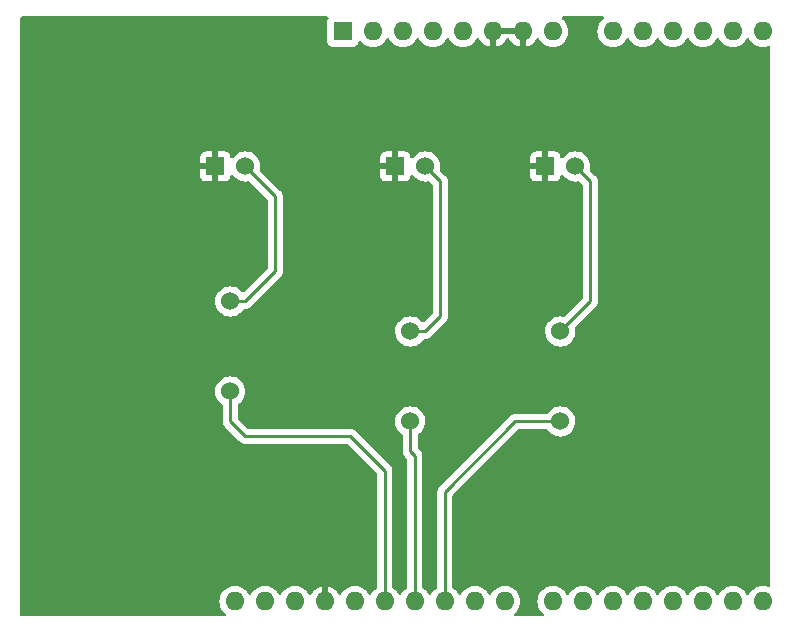
<source format=gbr>
%TF.GenerationSoftware,KiCad,Pcbnew,(6.0.7)*%
%TF.CreationDate,2022-08-16T16:00:37+09:00*%
%TF.ProjectId,uno_sd,756e6f5f-7364-42e6-9b69-6361645f7063,rev?*%
%TF.SameCoordinates,Original*%
%TF.FileFunction,Copper,L1,Top*%
%TF.FilePolarity,Positive*%
%FSLAX46Y46*%
G04 Gerber Fmt 4.6, Leading zero omitted, Abs format (unit mm)*
G04 Created by KiCad (PCBNEW (6.0.7)) date 2022-08-16 16:00:37*
%MOMM*%
%LPD*%
G01*
G04 APERTURE LIST*
%TA.AperFunction,ComponentPad*%
%ADD10C,1.524000*%
%TD*%
%TA.AperFunction,ComponentPad*%
%ADD11R,1.524000X1.524000*%
%TD*%
%TA.AperFunction,ComponentPad*%
%ADD12R,1.600000X1.600000*%
%TD*%
%TA.AperFunction,ComponentPad*%
%ADD13O,1.600000X1.600000*%
%TD*%
%TA.AperFunction,Conductor*%
%ADD14C,0.250000*%
%TD*%
G04 APERTURE END LIST*
D10*
%TO.P,R3,1*%
%TO.N,Net-(R3-Pad1)*%
X154940000Y-92710000D03*
%TO.P,R3,2*%
%TO.N,Net-(A1-Pad27)*%
X154940000Y-100330000D03*
%TD*%
%TO.P,R2,1*%
%TO.N,Net-(R2-Pad1)*%
X170180000Y-95250000D03*
%TO.P,R2,2*%
%TO.N,Net-(A1-Pad26)*%
X170180000Y-102870000D03*
%TD*%
%TO.P,R1,1*%
%TO.N,Net-(R1-Pad1)*%
X182880000Y-95250000D03*
%TO.P,R1,2*%
%TO.N,Net-(A1-Pad25)*%
X182880000Y-102870000D03*
%TD*%
D11*
%TO.P,U3,1*%
%TO.N,GND*%
X153670000Y-81280000D03*
D10*
%TO.P,U3,2*%
%TO.N,Net-(R3-Pad1)*%
X156210000Y-81280000D03*
%TD*%
D11*
%TO.P,U2,1*%
%TO.N,GND*%
X168910000Y-81280000D03*
D10*
%TO.P,U2,2*%
%TO.N,Net-(R2-Pad1)*%
X171450000Y-81280000D03*
%TD*%
D11*
%TO.P,U1,1*%
%TO.N,GND*%
X181610000Y-81280000D03*
D10*
%TO.P,U1,2*%
%TO.N,Net-(R1-Pad1)*%
X184150000Y-81280000D03*
%TD*%
D12*
%TO.P,A1,1,NC*%
%TO.N,unconnected-(A1-Pad1)*%
X164465000Y-69850000D03*
D13*
%TO.P,A1,2,IOREF*%
%TO.N,unconnected-(A1-Pad2)*%
X167005000Y-69850000D03*
%TO.P,A1,3,~{RESET}*%
%TO.N,unconnected-(A1-Pad3)*%
X169545000Y-69850000D03*
%TO.P,A1,4,3V3*%
%TO.N,unconnected-(A1-Pad4)*%
X172085000Y-69850000D03*
%TO.P,A1,5,+5V*%
%TO.N,unconnected-(A1-Pad5)*%
X174625000Y-69850000D03*
%TO.P,A1,6,GND*%
%TO.N,GND*%
X177165000Y-69850000D03*
%TO.P,A1,7,GND*%
X179705000Y-69850000D03*
%TO.P,A1,8,VIN*%
%TO.N,unconnected-(A1-Pad8)*%
X182245000Y-69850000D03*
%TO.P,A1,9,A0*%
%TO.N,unconnected-(A1-Pad9)*%
X187325000Y-69850000D03*
%TO.P,A1,10,A1*%
%TO.N,unconnected-(A1-Pad10)*%
X189865000Y-69850000D03*
%TO.P,A1,11,A2*%
%TO.N,unconnected-(A1-Pad11)*%
X192405000Y-69850000D03*
%TO.P,A1,12,A3*%
%TO.N,unconnected-(A1-Pad12)*%
X194945000Y-69850000D03*
%TO.P,A1,13,SDA/A4*%
%TO.N,unconnected-(A1-Pad13)*%
X197485000Y-69850000D03*
%TO.P,A1,14,SCL/A5*%
%TO.N,unconnected-(A1-Pad14)*%
X200025000Y-69850000D03*
%TO.P,A1,15,D0/RX*%
%TO.N,unconnected-(A1-Pad15)*%
X200025000Y-118110000D03*
%TO.P,A1,16,D1/TX*%
%TO.N,unconnected-(A1-Pad16)*%
X197485000Y-118110000D03*
%TO.P,A1,17,D2*%
%TO.N,unconnected-(A1-Pad17)*%
X194945000Y-118110000D03*
%TO.P,A1,18,D3*%
%TO.N,unconnected-(A1-Pad18)*%
X192405000Y-118110000D03*
%TO.P,A1,19,D4*%
%TO.N,unconnected-(A1-Pad19)*%
X189865000Y-118110000D03*
%TO.P,A1,20,D5*%
%TO.N,unconnected-(A1-Pad20)*%
X187325000Y-118110000D03*
%TO.P,A1,21,D6*%
%TO.N,unconnected-(A1-Pad21)*%
X184785000Y-118110000D03*
%TO.P,A1,22,D7*%
%TO.N,unconnected-(A1-Pad22)*%
X182245000Y-118110000D03*
%TO.P,A1,23,D8*%
%TO.N,unconnected-(A1-Pad23)*%
X178185000Y-118110000D03*
%TO.P,A1,24,D9*%
%TO.N,unconnected-(A1-Pad24)*%
X175645000Y-118110000D03*
%TO.P,A1,25,D10*%
%TO.N,Net-(A1-Pad25)*%
X173105000Y-118110000D03*
%TO.P,A1,26,D11*%
%TO.N,Net-(A1-Pad26)*%
X170565000Y-118110000D03*
%TO.P,A1,27,D12*%
%TO.N,Net-(A1-Pad27)*%
X168025000Y-118110000D03*
%TO.P,A1,28,D13*%
%TO.N,unconnected-(A1-Pad28)*%
X165485000Y-118110000D03*
%TO.P,A1,29,GND*%
%TO.N,GND*%
X162945000Y-118110000D03*
%TO.P,A1,30,AREF*%
%TO.N,unconnected-(A1-Pad30)*%
X160405000Y-118110000D03*
%TO.P,A1,31,SDA/A4*%
%TO.N,unconnected-(A1-Pad31)*%
X157865000Y-118110000D03*
%TO.P,A1,32,SCL/A5*%
%TO.N,unconnected-(A1-Pad32)*%
X155325000Y-118110000D03*
%TD*%
D14*
%TO.N,Net-(A1-Pad25)*%
X173105000Y-108835000D02*
X173105000Y-118110000D01*
X179070000Y-102870000D02*
X173105000Y-108835000D01*
X182880000Y-102870000D02*
X179070000Y-102870000D01*
%TO.N,Net-(R1-Pad1)*%
X185420000Y-92710000D02*
X182880000Y-95250000D01*
X185420000Y-82550000D02*
X185420000Y-92710000D01*
X184150000Y-81280000D02*
X185420000Y-82550000D01*
%TO.N,Net-(A1-Pad26)*%
X170180000Y-105410000D02*
X170565000Y-105795000D01*
X170180000Y-102870000D02*
X170180000Y-105410000D01*
X170565000Y-105795000D02*
X170565000Y-118110000D01*
%TO.N,Net-(R2-Pad1)*%
X172720000Y-82550000D02*
X171450000Y-81280000D01*
X172720000Y-93980000D02*
X172720000Y-82550000D01*
X171450000Y-95250000D02*
X172720000Y-93980000D01*
X170180000Y-95250000D02*
X171450000Y-95250000D01*
%TO.N,Net-(R3-Pad1)*%
X156210000Y-92710000D02*
X154940000Y-92710000D01*
X158750000Y-83820000D02*
X158750000Y-90170000D01*
X158750000Y-90170000D02*
X156210000Y-92710000D01*
X156210000Y-81280000D02*
X158750000Y-83820000D01*
%TO.N,Net-(A1-Pad27)*%
X168025000Y-107065000D02*
X168025000Y-118110000D01*
X165100000Y-104140000D02*
X168025000Y-107065000D01*
X154940000Y-102870000D02*
X156210000Y-104140000D01*
X156210000Y-104140000D02*
X165100000Y-104140000D01*
X154940000Y-100330000D02*
X154940000Y-102870000D01*
%TD*%
%TA.AperFunction,Conductor*%
%TO.N,GND*%
G36*
X163197966Y-68600002D02*
G01*
X163244459Y-68653658D01*
X163254563Y-68723932D01*
X163230672Y-68781563D01*
X163214385Y-68803295D01*
X163163255Y-68939684D01*
X163156500Y-69001866D01*
X163156500Y-70698134D01*
X163163255Y-70760316D01*
X163214385Y-70896705D01*
X163301739Y-71013261D01*
X163418295Y-71100615D01*
X163554684Y-71151745D01*
X163616866Y-71158500D01*
X165313134Y-71158500D01*
X165375316Y-71151745D01*
X165511705Y-71100615D01*
X165628261Y-71013261D01*
X165715615Y-70896705D01*
X165766745Y-70760316D01*
X165767917Y-70749526D01*
X165768803Y-70747394D01*
X165769425Y-70744778D01*
X165769848Y-70744879D01*
X165795155Y-70683965D01*
X165853517Y-70643537D01*
X165924471Y-70641078D01*
X165985490Y-70677371D01*
X165992489Y-70686031D01*
X165995643Y-70689789D01*
X165998802Y-70694300D01*
X166160700Y-70856198D01*
X166165208Y-70859355D01*
X166165211Y-70859357D01*
X166206542Y-70888297D01*
X166348251Y-70987523D01*
X166353233Y-70989846D01*
X166353238Y-70989849D01*
X166549765Y-71081490D01*
X166555757Y-71084284D01*
X166561065Y-71085706D01*
X166561067Y-71085707D01*
X166771598Y-71142119D01*
X166771600Y-71142119D01*
X166776913Y-71143543D01*
X167005000Y-71163498D01*
X167233087Y-71143543D01*
X167238400Y-71142119D01*
X167238402Y-71142119D01*
X167448933Y-71085707D01*
X167448935Y-71085706D01*
X167454243Y-71084284D01*
X167460235Y-71081490D01*
X167656762Y-70989849D01*
X167656767Y-70989846D01*
X167661749Y-70987523D01*
X167803458Y-70888297D01*
X167844789Y-70859357D01*
X167844792Y-70859355D01*
X167849300Y-70856198D01*
X168011198Y-70694300D01*
X168142523Y-70506749D01*
X168144846Y-70501767D01*
X168144849Y-70501762D01*
X168160805Y-70467543D01*
X168207722Y-70414258D01*
X168275999Y-70394797D01*
X168343959Y-70415339D01*
X168389195Y-70467543D01*
X168405151Y-70501762D01*
X168405154Y-70501767D01*
X168407477Y-70506749D01*
X168538802Y-70694300D01*
X168700700Y-70856198D01*
X168705208Y-70859355D01*
X168705211Y-70859357D01*
X168746542Y-70888297D01*
X168888251Y-70987523D01*
X168893233Y-70989846D01*
X168893238Y-70989849D01*
X169089765Y-71081490D01*
X169095757Y-71084284D01*
X169101065Y-71085706D01*
X169101067Y-71085707D01*
X169311598Y-71142119D01*
X169311600Y-71142119D01*
X169316913Y-71143543D01*
X169545000Y-71163498D01*
X169773087Y-71143543D01*
X169778400Y-71142119D01*
X169778402Y-71142119D01*
X169988933Y-71085707D01*
X169988935Y-71085706D01*
X169994243Y-71084284D01*
X170000235Y-71081490D01*
X170196762Y-70989849D01*
X170196767Y-70989846D01*
X170201749Y-70987523D01*
X170343458Y-70888297D01*
X170384789Y-70859357D01*
X170384792Y-70859355D01*
X170389300Y-70856198D01*
X170551198Y-70694300D01*
X170682523Y-70506749D01*
X170684846Y-70501767D01*
X170684849Y-70501762D01*
X170700805Y-70467543D01*
X170747722Y-70414258D01*
X170815999Y-70394797D01*
X170883959Y-70415339D01*
X170929195Y-70467543D01*
X170945151Y-70501762D01*
X170945154Y-70501767D01*
X170947477Y-70506749D01*
X171078802Y-70694300D01*
X171240700Y-70856198D01*
X171245208Y-70859355D01*
X171245211Y-70859357D01*
X171286542Y-70888297D01*
X171428251Y-70987523D01*
X171433233Y-70989846D01*
X171433238Y-70989849D01*
X171629765Y-71081490D01*
X171635757Y-71084284D01*
X171641065Y-71085706D01*
X171641067Y-71085707D01*
X171851598Y-71142119D01*
X171851600Y-71142119D01*
X171856913Y-71143543D01*
X172085000Y-71163498D01*
X172313087Y-71143543D01*
X172318400Y-71142119D01*
X172318402Y-71142119D01*
X172528933Y-71085707D01*
X172528935Y-71085706D01*
X172534243Y-71084284D01*
X172540235Y-71081490D01*
X172736762Y-70989849D01*
X172736767Y-70989846D01*
X172741749Y-70987523D01*
X172883458Y-70888297D01*
X172924789Y-70859357D01*
X172924792Y-70859355D01*
X172929300Y-70856198D01*
X173091198Y-70694300D01*
X173222523Y-70506749D01*
X173224846Y-70501767D01*
X173224849Y-70501762D01*
X173240805Y-70467543D01*
X173287722Y-70414258D01*
X173355999Y-70394797D01*
X173423959Y-70415339D01*
X173469195Y-70467543D01*
X173485151Y-70501762D01*
X173485154Y-70501767D01*
X173487477Y-70506749D01*
X173618802Y-70694300D01*
X173780700Y-70856198D01*
X173785208Y-70859355D01*
X173785211Y-70859357D01*
X173826542Y-70888297D01*
X173968251Y-70987523D01*
X173973233Y-70989846D01*
X173973238Y-70989849D01*
X174169765Y-71081490D01*
X174175757Y-71084284D01*
X174181065Y-71085706D01*
X174181067Y-71085707D01*
X174391598Y-71142119D01*
X174391600Y-71142119D01*
X174396913Y-71143543D01*
X174625000Y-71163498D01*
X174853087Y-71143543D01*
X174858400Y-71142119D01*
X174858402Y-71142119D01*
X175068933Y-71085707D01*
X175068935Y-71085706D01*
X175074243Y-71084284D01*
X175080235Y-71081490D01*
X175276762Y-70989849D01*
X175276767Y-70989846D01*
X175281749Y-70987523D01*
X175423458Y-70888297D01*
X175464789Y-70859357D01*
X175464792Y-70859355D01*
X175469300Y-70856198D01*
X175631198Y-70694300D01*
X175762523Y-70506749D01*
X175764846Y-70501767D01*
X175764849Y-70501762D01*
X175781081Y-70466951D01*
X175827998Y-70413666D01*
X175896275Y-70394205D01*
X175964235Y-70414747D01*
X176009471Y-70466951D01*
X176025586Y-70501511D01*
X176031069Y-70511007D01*
X176156028Y-70689467D01*
X176163084Y-70697875D01*
X176317125Y-70851916D01*
X176325533Y-70858972D01*
X176503993Y-70983931D01*
X176513489Y-70989414D01*
X176710947Y-71081490D01*
X176721239Y-71085236D01*
X176893503Y-71131394D01*
X176907599Y-71131058D01*
X176911000Y-71123116D01*
X176911000Y-71117967D01*
X177419000Y-71117967D01*
X177422973Y-71131498D01*
X177431522Y-71132727D01*
X177608761Y-71085236D01*
X177619053Y-71081490D01*
X177816511Y-70989414D01*
X177826007Y-70983931D01*
X178004467Y-70858972D01*
X178012875Y-70851916D01*
X178166916Y-70697875D01*
X178173972Y-70689467D01*
X178298931Y-70511007D01*
X178304414Y-70501511D01*
X178320805Y-70466359D01*
X178367722Y-70413074D01*
X178435999Y-70393613D01*
X178503959Y-70414155D01*
X178549195Y-70466359D01*
X178565586Y-70501511D01*
X178571069Y-70511007D01*
X178696028Y-70689467D01*
X178703084Y-70697875D01*
X178857125Y-70851916D01*
X178865533Y-70858972D01*
X179043993Y-70983931D01*
X179053489Y-70989414D01*
X179250947Y-71081490D01*
X179261239Y-71085236D01*
X179433503Y-71131394D01*
X179447599Y-71131058D01*
X179451000Y-71123116D01*
X179451000Y-70122115D01*
X179446525Y-70106876D01*
X179445135Y-70105671D01*
X179437452Y-70104000D01*
X177437115Y-70104000D01*
X177421876Y-70108475D01*
X177420671Y-70109865D01*
X177419000Y-70117548D01*
X177419000Y-71117967D01*
X176911000Y-71117967D01*
X176911000Y-69722000D01*
X176931002Y-69653879D01*
X176984658Y-69607386D01*
X177037000Y-69596000D01*
X179833000Y-69596000D01*
X179901121Y-69616002D01*
X179947614Y-69669658D01*
X179959000Y-69722000D01*
X179959000Y-71117967D01*
X179962973Y-71131498D01*
X179971522Y-71132727D01*
X180148761Y-71085236D01*
X180159053Y-71081490D01*
X180356511Y-70989414D01*
X180366007Y-70983931D01*
X180544467Y-70858972D01*
X180552875Y-70851916D01*
X180706916Y-70697875D01*
X180713972Y-70689467D01*
X180838931Y-70511007D01*
X180844414Y-70501511D01*
X180860529Y-70466951D01*
X180907446Y-70413666D01*
X180975723Y-70394205D01*
X181043683Y-70414747D01*
X181088919Y-70466951D01*
X181105151Y-70501762D01*
X181105154Y-70501767D01*
X181107477Y-70506749D01*
X181238802Y-70694300D01*
X181400700Y-70856198D01*
X181405208Y-70859355D01*
X181405211Y-70859357D01*
X181446542Y-70888297D01*
X181588251Y-70987523D01*
X181593233Y-70989846D01*
X181593238Y-70989849D01*
X181789765Y-71081490D01*
X181795757Y-71084284D01*
X181801065Y-71085706D01*
X181801067Y-71085707D01*
X182011598Y-71142119D01*
X182011600Y-71142119D01*
X182016913Y-71143543D01*
X182245000Y-71163498D01*
X182473087Y-71143543D01*
X182478400Y-71142119D01*
X182478402Y-71142119D01*
X182688933Y-71085707D01*
X182688935Y-71085706D01*
X182694243Y-71084284D01*
X182700235Y-71081490D01*
X182896762Y-70989849D01*
X182896767Y-70989846D01*
X182901749Y-70987523D01*
X183043458Y-70888297D01*
X183084789Y-70859357D01*
X183084792Y-70859355D01*
X183089300Y-70856198D01*
X183251198Y-70694300D01*
X183382523Y-70506749D01*
X183384846Y-70501767D01*
X183384849Y-70501762D01*
X183476961Y-70304225D01*
X183476961Y-70304224D01*
X183479284Y-70299243D01*
X183527970Y-70117548D01*
X183537119Y-70083402D01*
X183537119Y-70083400D01*
X183538543Y-70078087D01*
X183558498Y-69850000D01*
X183538543Y-69621913D01*
X183536959Y-69616002D01*
X183480707Y-69406067D01*
X183480706Y-69406065D01*
X183479284Y-69400757D01*
X183425148Y-69284661D01*
X183384849Y-69198238D01*
X183384846Y-69198233D01*
X183382523Y-69193251D01*
X183251198Y-69005700D01*
X183089300Y-68843802D01*
X183084792Y-68840645D01*
X183084789Y-68840643D01*
X183039902Y-68809213D01*
X182995574Y-68753756D01*
X182988265Y-68683136D01*
X183020296Y-68619776D01*
X183081497Y-68583791D01*
X183112173Y-68580000D01*
X186457827Y-68580000D01*
X186525948Y-68600002D01*
X186572441Y-68653658D01*
X186582545Y-68723932D01*
X186553051Y-68788512D01*
X186530098Y-68809213D01*
X186485211Y-68840643D01*
X186485208Y-68840645D01*
X186480700Y-68843802D01*
X186318802Y-69005700D01*
X186187477Y-69193251D01*
X186185154Y-69198233D01*
X186185151Y-69198238D01*
X186144852Y-69284661D01*
X186090716Y-69400757D01*
X186089294Y-69406065D01*
X186089293Y-69406067D01*
X186033041Y-69616002D01*
X186031457Y-69621913D01*
X186011502Y-69850000D01*
X186031457Y-70078087D01*
X186032881Y-70083400D01*
X186032881Y-70083402D01*
X186042031Y-70117548D01*
X186090716Y-70299243D01*
X186093039Y-70304224D01*
X186093039Y-70304225D01*
X186185151Y-70501762D01*
X186185154Y-70501767D01*
X186187477Y-70506749D01*
X186318802Y-70694300D01*
X186480700Y-70856198D01*
X186485208Y-70859355D01*
X186485211Y-70859357D01*
X186526542Y-70888297D01*
X186668251Y-70987523D01*
X186673233Y-70989846D01*
X186673238Y-70989849D01*
X186869765Y-71081490D01*
X186875757Y-71084284D01*
X186881065Y-71085706D01*
X186881067Y-71085707D01*
X187091598Y-71142119D01*
X187091600Y-71142119D01*
X187096913Y-71143543D01*
X187325000Y-71163498D01*
X187553087Y-71143543D01*
X187558400Y-71142119D01*
X187558402Y-71142119D01*
X187768933Y-71085707D01*
X187768935Y-71085706D01*
X187774243Y-71084284D01*
X187780235Y-71081490D01*
X187976762Y-70989849D01*
X187976767Y-70989846D01*
X187981749Y-70987523D01*
X188123458Y-70888297D01*
X188164789Y-70859357D01*
X188164792Y-70859355D01*
X188169300Y-70856198D01*
X188331198Y-70694300D01*
X188462523Y-70506749D01*
X188464846Y-70501767D01*
X188464849Y-70501762D01*
X188480805Y-70467543D01*
X188527722Y-70414258D01*
X188595999Y-70394797D01*
X188663959Y-70415339D01*
X188709195Y-70467543D01*
X188725151Y-70501762D01*
X188725154Y-70501767D01*
X188727477Y-70506749D01*
X188858802Y-70694300D01*
X189020700Y-70856198D01*
X189025208Y-70859355D01*
X189025211Y-70859357D01*
X189066542Y-70888297D01*
X189208251Y-70987523D01*
X189213233Y-70989846D01*
X189213238Y-70989849D01*
X189409765Y-71081490D01*
X189415757Y-71084284D01*
X189421065Y-71085706D01*
X189421067Y-71085707D01*
X189631598Y-71142119D01*
X189631600Y-71142119D01*
X189636913Y-71143543D01*
X189865000Y-71163498D01*
X190093087Y-71143543D01*
X190098400Y-71142119D01*
X190098402Y-71142119D01*
X190308933Y-71085707D01*
X190308935Y-71085706D01*
X190314243Y-71084284D01*
X190320235Y-71081490D01*
X190516762Y-70989849D01*
X190516767Y-70989846D01*
X190521749Y-70987523D01*
X190663458Y-70888297D01*
X190704789Y-70859357D01*
X190704792Y-70859355D01*
X190709300Y-70856198D01*
X190871198Y-70694300D01*
X191002523Y-70506749D01*
X191004846Y-70501767D01*
X191004849Y-70501762D01*
X191020805Y-70467543D01*
X191067722Y-70414258D01*
X191135999Y-70394797D01*
X191203959Y-70415339D01*
X191249195Y-70467543D01*
X191265151Y-70501762D01*
X191265154Y-70501767D01*
X191267477Y-70506749D01*
X191398802Y-70694300D01*
X191560700Y-70856198D01*
X191565208Y-70859355D01*
X191565211Y-70859357D01*
X191606542Y-70888297D01*
X191748251Y-70987523D01*
X191753233Y-70989846D01*
X191753238Y-70989849D01*
X191949765Y-71081490D01*
X191955757Y-71084284D01*
X191961065Y-71085706D01*
X191961067Y-71085707D01*
X192171598Y-71142119D01*
X192171600Y-71142119D01*
X192176913Y-71143543D01*
X192405000Y-71163498D01*
X192633087Y-71143543D01*
X192638400Y-71142119D01*
X192638402Y-71142119D01*
X192848933Y-71085707D01*
X192848935Y-71085706D01*
X192854243Y-71084284D01*
X192860235Y-71081490D01*
X193056762Y-70989849D01*
X193056767Y-70989846D01*
X193061749Y-70987523D01*
X193203458Y-70888297D01*
X193244789Y-70859357D01*
X193244792Y-70859355D01*
X193249300Y-70856198D01*
X193411198Y-70694300D01*
X193542523Y-70506749D01*
X193544846Y-70501767D01*
X193544849Y-70501762D01*
X193560805Y-70467543D01*
X193607722Y-70414258D01*
X193675999Y-70394797D01*
X193743959Y-70415339D01*
X193789195Y-70467543D01*
X193805151Y-70501762D01*
X193805154Y-70501767D01*
X193807477Y-70506749D01*
X193938802Y-70694300D01*
X194100700Y-70856198D01*
X194105208Y-70859355D01*
X194105211Y-70859357D01*
X194146542Y-70888297D01*
X194288251Y-70987523D01*
X194293233Y-70989846D01*
X194293238Y-70989849D01*
X194489765Y-71081490D01*
X194495757Y-71084284D01*
X194501065Y-71085706D01*
X194501067Y-71085707D01*
X194711598Y-71142119D01*
X194711600Y-71142119D01*
X194716913Y-71143543D01*
X194945000Y-71163498D01*
X195173087Y-71143543D01*
X195178400Y-71142119D01*
X195178402Y-71142119D01*
X195388933Y-71085707D01*
X195388935Y-71085706D01*
X195394243Y-71084284D01*
X195400235Y-71081490D01*
X195596762Y-70989849D01*
X195596767Y-70989846D01*
X195601749Y-70987523D01*
X195743458Y-70888297D01*
X195784789Y-70859357D01*
X195784792Y-70859355D01*
X195789300Y-70856198D01*
X195951198Y-70694300D01*
X196082523Y-70506749D01*
X196084846Y-70501767D01*
X196084849Y-70501762D01*
X196100805Y-70467543D01*
X196147722Y-70414258D01*
X196215999Y-70394797D01*
X196283959Y-70415339D01*
X196329195Y-70467543D01*
X196345151Y-70501762D01*
X196345154Y-70501767D01*
X196347477Y-70506749D01*
X196478802Y-70694300D01*
X196640700Y-70856198D01*
X196645208Y-70859355D01*
X196645211Y-70859357D01*
X196686542Y-70888297D01*
X196828251Y-70987523D01*
X196833233Y-70989846D01*
X196833238Y-70989849D01*
X197029765Y-71081490D01*
X197035757Y-71084284D01*
X197041065Y-71085706D01*
X197041067Y-71085707D01*
X197251598Y-71142119D01*
X197251600Y-71142119D01*
X197256913Y-71143543D01*
X197485000Y-71163498D01*
X197713087Y-71143543D01*
X197718400Y-71142119D01*
X197718402Y-71142119D01*
X197928933Y-71085707D01*
X197928935Y-71085706D01*
X197934243Y-71084284D01*
X197940235Y-71081490D01*
X198136762Y-70989849D01*
X198136767Y-70989846D01*
X198141749Y-70987523D01*
X198283458Y-70888297D01*
X198324789Y-70859357D01*
X198324792Y-70859355D01*
X198329300Y-70856198D01*
X198491198Y-70694300D01*
X198622523Y-70506749D01*
X198624846Y-70501767D01*
X198624849Y-70501762D01*
X198640805Y-70467543D01*
X198687722Y-70414258D01*
X198755999Y-70394797D01*
X198823959Y-70415339D01*
X198869195Y-70467543D01*
X198885151Y-70501762D01*
X198885154Y-70501767D01*
X198887477Y-70506749D01*
X199018802Y-70694300D01*
X199180700Y-70856198D01*
X199185208Y-70859355D01*
X199185211Y-70859357D01*
X199226542Y-70888297D01*
X199368251Y-70987523D01*
X199373233Y-70989846D01*
X199373238Y-70989849D01*
X199569765Y-71081490D01*
X199575757Y-71084284D01*
X199581065Y-71085706D01*
X199581067Y-71085707D01*
X199791598Y-71142119D01*
X199791600Y-71142119D01*
X199796913Y-71143543D01*
X200025000Y-71163498D01*
X200253087Y-71143543D01*
X200258400Y-71142119D01*
X200258402Y-71142119D01*
X200433396Y-71095229D01*
X200474243Y-71084284D01*
X200480748Y-71081251D01*
X200481480Y-71081140D01*
X200484396Y-71080078D01*
X200484609Y-71080664D01*
X200550937Y-71070588D01*
X200615751Y-71099565D01*
X200654609Y-71158984D01*
X200660000Y-71195444D01*
X200660000Y-116764556D01*
X200639998Y-116832677D01*
X200586342Y-116879170D01*
X200516068Y-116889274D01*
X200484424Y-116879845D01*
X200484396Y-116879922D01*
X200483102Y-116879451D01*
X200480750Y-116878750D01*
X200474243Y-116875716D01*
X200329321Y-116836884D01*
X200258402Y-116817881D01*
X200258400Y-116817881D01*
X200253087Y-116816457D01*
X200025000Y-116796502D01*
X199796913Y-116816457D01*
X199791600Y-116817881D01*
X199791598Y-116817881D01*
X199581067Y-116874293D01*
X199581065Y-116874294D01*
X199575757Y-116875716D01*
X199570776Y-116878039D01*
X199570775Y-116878039D01*
X199373238Y-116970151D01*
X199373233Y-116970154D01*
X199368251Y-116972477D01*
X199337772Y-116993819D01*
X199185211Y-117100643D01*
X199185208Y-117100645D01*
X199180700Y-117103802D01*
X199018802Y-117265700D01*
X198887477Y-117453251D01*
X198885154Y-117458233D01*
X198885151Y-117458238D01*
X198869195Y-117492457D01*
X198822278Y-117545742D01*
X198754001Y-117565203D01*
X198686041Y-117544661D01*
X198640805Y-117492457D01*
X198624849Y-117458238D01*
X198624846Y-117458233D01*
X198622523Y-117453251D01*
X198491198Y-117265700D01*
X198329300Y-117103802D01*
X198324792Y-117100645D01*
X198324789Y-117100643D01*
X198172228Y-116993819D01*
X198141749Y-116972477D01*
X198136767Y-116970154D01*
X198136762Y-116970151D01*
X197939225Y-116878039D01*
X197939224Y-116878039D01*
X197934243Y-116875716D01*
X197928935Y-116874294D01*
X197928933Y-116874293D01*
X197718402Y-116817881D01*
X197718400Y-116817881D01*
X197713087Y-116816457D01*
X197485000Y-116796502D01*
X197256913Y-116816457D01*
X197251600Y-116817881D01*
X197251598Y-116817881D01*
X197041067Y-116874293D01*
X197041065Y-116874294D01*
X197035757Y-116875716D01*
X197030776Y-116878039D01*
X197030775Y-116878039D01*
X196833238Y-116970151D01*
X196833233Y-116970154D01*
X196828251Y-116972477D01*
X196797772Y-116993819D01*
X196645211Y-117100643D01*
X196645208Y-117100645D01*
X196640700Y-117103802D01*
X196478802Y-117265700D01*
X196347477Y-117453251D01*
X196345154Y-117458233D01*
X196345151Y-117458238D01*
X196329195Y-117492457D01*
X196282278Y-117545742D01*
X196214001Y-117565203D01*
X196146041Y-117544661D01*
X196100805Y-117492457D01*
X196084849Y-117458238D01*
X196084846Y-117458233D01*
X196082523Y-117453251D01*
X195951198Y-117265700D01*
X195789300Y-117103802D01*
X195784792Y-117100645D01*
X195784789Y-117100643D01*
X195632228Y-116993819D01*
X195601749Y-116972477D01*
X195596767Y-116970154D01*
X195596762Y-116970151D01*
X195399225Y-116878039D01*
X195399224Y-116878039D01*
X195394243Y-116875716D01*
X195388935Y-116874294D01*
X195388933Y-116874293D01*
X195178402Y-116817881D01*
X195178400Y-116817881D01*
X195173087Y-116816457D01*
X194945000Y-116796502D01*
X194716913Y-116816457D01*
X194711600Y-116817881D01*
X194711598Y-116817881D01*
X194501067Y-116874293D01*
X194501065Y-116874294D01*
X194495757Y-116875716D01*
X194490776Y-116878039D01*
X194490775Y-116878039D01*
X194293238Y-116970151D01*
X194293233Y-116970154D01*
X194288251Y-116972477D01*
X194257772Y-116993819D01*
X194105211Y-117100643D01*
X194105208Y-117100645D01*
X194100700Y-117103802D01*
X193938802Y-117265700D01*
X193807477Y-117453251D01*
X193805154Y-117458233D01*
X193805151Y-117458238D01*
X193789195Y-117492457D01*
X193742278Y-117545742D01*
X193674001Y-117565203D01*
X193606041Y-117544661D01*
X193560805Y-117492457D01*
X193544849Y-117458238D01*
X193544846Y-117458233D01*
X193542523Y-117453251D01*
X193411198Y-117265700D01*
X193249300Y-117103802D01*
X193244792Y-117100645D01*
X193244789Y-117100643D01*
X193092228Y-116993819D01*
X193061749Y-116972477D01*
X193056767Y-116970154D01*
X193056762Y-116970151D01*
X192859225Y-116878039D01*
X192859224Y-116878039D01*
X192854243Y-116875716D01*
X192848935Y-116874294D01*
X192848933Y-116874293D01*
X192638402Y-116817881D01*
X192638400Y-116817881D01*
X192633087Y-116816457D01*
X192405000Y-116796502D01*
X192176913Y-116816457D01*
X192171600Y-116817881D01*
X192171598Y-116817881D01*
X191961067Y-116874293D01*
X191961065Y-116874294D01*
X191955757Y-116875716D01*
X191950776Y-116878039D01*
X191950775Y-116878039D01*
X191753238Y-116970151D01*
X191753233Y-116970154D01*
X191748251Y-116972477D01*
X191717772Y-116993819D01*
X191565211Y-117100643D01*
X191565208Y-117100645D01*
X191560700Y-117103802D01*
X191398802Y-117265700D01*
X191267477Y-117453251D01*
X191265154Y-117458233D01*
X191265151Y-117458238D01*
X191249195Y-117492457D01*
X191202278Y-117545742D01*
X191134001Y-117565203D01*
X191066041Y-117544661D01*
X191020805Y-117492457D01*
X191004849Y-117458238D01*
X191004846Y-117458233D01*
X191002523Y-117453251D01*
X190871198Y-117265700D01*
X190709300Y-117103802D01*
X190704792Y-117100645D01*
X190704789Y-117100643D01*
X190552228Y-116993819D01*
X190521749Y-116972477D01*
X190516767Y-116970154D01*
X190516762Y-116970151D01*
X190319225Y-116878039D01*
X190319224Y-116878039D01*
X190314243Y-116875716D01*
X190308935Y-116874294D01*
X190308933Y-116874293D01*
X190098402Y-116817881D01*
X190098400Y-116817881D01*
X190093087Y-116816457D01*
X189865000Y-116796502D01*
X189636913Y-116816457D01*
X189631600Y-116817881D01*
X189631598Y-116817881D01*
X189421067Y-116874293D01*
X189421065Y-116874294D01*
X189415757Y-116875716D01*
X189410776Y-116878039D01*
X189410775Y-116878039D01*
X189213238Y-116970151D01*
X189213233Y-116970154D01*
X189208251Y-116972477D01*
X189177772Y-116993819D01*
X189025211Y-117100643D01*
X189025208Y-117100645D01*
X189020700Y-117103802D01*
X188858802Y-117265700D01*
X188727477Y-117453251D01*
X188725154Y-117458233D01*
X188725151Y-117458238D01*
X188709195Y-117492457D01*
X188662278Y-117545742D01*
X188594001Y-117565203D01*
X188526041Y-117544661D01*
X188480805Y-117492457D01*
X188464849Y-117458238D01*
X188464846Y-117458233D01*
X188462523Y-117453251D01*
X188331198Y-117265700D01*
X188169300Y-117103802D01*
X188164792Y-117100645D01*
X188164789Y-117100643D01*
X188012228Y-116993819D01*
X187981749Y-116972477D01*
X187976767Y-116970154D01*
X187976762Y-116970151D01*
X187779225Y-116878039D01*
X187779224Y-116878039D01*
X187774243Y-116875716D01*
X187768935Y-116874294D01*
X187768933Y-116874293D01*
X187558402Y-116817881D01*
X187558400Y-116817881D01*
X187553087Y-116816457D01*
X187325000Y-116796502D01*
X187096913Y-116816457D01*
X187091600Y-116817881D01*
X187091598Y-116817881D01*
X186881067Y-116874293D01*
X186881065Y-116874294D01*
X186875757Y-116875716D01*
X186870776Y-116878039D01*
X186870775Y-116878039D01*
X186673238Y-116970151D01*
X186673233Y-116970154D01*
X186668251Y-116972477D01*
X186637772Y-116993819D01*
X186485211Y-117100643D01*
X186485208Y-117100645D01*
X186480700Y-117103802D01*
X186318802Y-117265700D01*
X186187477Y-117453251D01*
X186185154Y-117458233D01*
X186185151Y-117458238D01*
X186169195Y-117492457D01*
X186122278Y-117545742D01*
X186054001Y-117565203D01*
X185986041Y-117544661D01*
X185940805Y-117492457D01*
X185924849Y-117458238D01*
X185924846Y-117458233D01*
X185922523Y-117453251D01*
X185791198Y-117265700D01*
X185629300Y-117103802D01*
X185624792Y-117100645D01*
X185624789Y-117100643D01*
X185472228Y-116993819D01*
X185441749Y-116972477D01*
X185436767Y-116970154D01*
X185436762Y-116970151D01*
X185239225Y-116878039D01*
X185239224Y-116878039D01*
X185234243Y-116875716D01*
X185228935Y-116874294D01*
X185228933Y-116874293D01*
X185018402Y-116817881D01*
X185018400Y-116817881D01*
X185013087Y-116816457D01*
X184785000Y-116796502D01*
X184556913Y-116816457D01*
X184551600Y-116817881D01*
X184551598Y-116817881D01*
X184341067Y-116874293D01*
X184341065Y-116874294D01*
X184335757Y-116875716D01*
X184330776Y-116878039D01*
X184330775Y-116878039D01*
X184133238Y-116970151D01*
X184133233Y-116970154D01*
X184128251Y-116972477D01*
X184097772Y-116993819D01*
X183945211Y-117100643D01*
X183945208Y-117100645D01*
X183940700Y-117103802D01*
X183778802Y-117265700D01*
X183647477Y-117453251D01*
X183645154Y-117458233D01*
X183645151Y-117458238D01*
X183629195Y-117492457D01*
X183582278Y-117545742D01*
X183514001Y-117565203D01*
X183446041Y-117544661D01*
X183400805Y-117492457D01*
X183384849Y-117458238D01*
X183384846Y-117458233D01*
X183382523Y-117453251D01*
X183251198Y-117265700D01*
X183089300Y-117103802D01*
X183084792Y-117100645D01*
X183084789Y-117100643D01*
X182932228Y-116993819D01*
X182901749Y-116972477D01*
X182896767Y-116970154D01*
X182896762Y-116970151D01*
X182699225Y-116878039D01*
X182699224Y-116878039D01*
X182694243Y-116875716D01*
X182688935Y-116874294D01*
X182688933Y-116874293D01*
X182478402Y-116817881D01*
X182478400Y-116817881D01*
X182473087Y-116816457D01*
X182245000Y-116796502D01*
X182016913Y-116816457D01*
X182011600Y-116817881D01*
X182011598Y-116817881D01*
X181801067Y-116874293D01*
X181801065Y-116874294D01*
X181795757Y-116875716D01*
X181790776Y-116878039D01*
X181790775Y-116878039D01*
X181593238Y-116970151D01*
X181593233Y-116970154D01*
X181588251Y-116972477D01*
X181557772Y-116993819D01*
X181405211Y-117100643D01*
X181405208Y-117100645D01*
X181400700Y-117103802D01*
X181238802Y-117265700D01*
X181107477Y-117453251D01*
X181105154Y-117458233D01*
X181105151Y-117458238D01*
X181105034Y-117458489D01*
X181010716Y-117660757D01*
X180951457Y-117881913D01*
X180931502Y-118110000D01*
X180951457Y-118338087D01*
X180952881Y-118343400D01*
X180952881Y-118343402D01*
X180955350Y-118352614D01*
X181010716Y-118559243D01*
X181013039Y-118564224D01*
X181013039Y-118564225D01*
X181105151Y-118761762D01*
X181105154Y-118761767D01*
X181107477Y-118766749D01*
X181238802Y-118954300D01*
X181400700Y-119116198D01*
X181405208Y-119119355D01*
X181405211Y-119119357D01*
X181450098Y-119150787D01*
X181494426Y-119206244D01*
X181501735Y-119276864D01*
X181469704Y-119340224D01*
X181408503Y-119376209D01*
X181377827Y-119380000D01*
X179052173Y-119380000D01*
X178984052Y-119359998D01*
X178937559Y-119306342D01*
X178927455Y-119236068D01*
X178956949Y-119171488D01*
X178979902Y-119150787D01*
X179024789Y-119119357D01*
X179024792Y-119119355D01*
X179029300Y-119116198D01*
X179191198Y-118954300D01*
X179322523Y-118766749D01*
X179324846Y-118761767D01*
X179324849Y-118761762D01*
X179416961Y-118564225D01*
X179416961Y-118564224D01*
X179419284Y-118559243D01*
X179474651Y-118352614D01*
X179477119Y-118343402D01*
X179477119Y-118343400D01*
X179478543Y-118338087D01*
X179498498Y-118110000D01*
X179478543Y-117881913D01*
X179419284Y-117660757D01*
X179324966Y-117458489D01*
X179324849Y-117458238D01*
X179324846Y-117458233D01*
X179322523Y-117453251D01*
X179191198Y-117265700D01*
X179029300Y-117103802D01*
X179024792Y-117100645D01*
X179024789Y-117100643D01*
X178872228Y-116993819D01*
X178841749Y-116972477D01*
X178836767Y-116970154D01*
X178836762Y-116970151D01*
X178639225Y-116878039D01*
X178639224Y-116878039D01*
X178634243Y-116875716D01*
X178628935Y-116874294D01*
X178628933Y-116874293D01*
X178418402Y-116817881D01*
X178418400Y-116817881D01*
X178413087Y-116816457D01*
X178185000Y-116796502D01*
X177956913Y-116816457D01*
X177951600Y-116817881D01*
X177951598Y-116817881D01*
X177741067Y-116874293D01*
X177741065Y-116874294D01*
X177735757Y-116875716D01*
X177730776Y-116878039D01*
X177730775Y-116878039D01*
X177533238Y-116970151D01*
X177533233Y-116970154D01*
X177528251Y-116972477D01*
X177497772Y-116993819D01*
X177345211Y-117100643D01*
X177345208Y-117100645D01*
X177340700Y-117103802D01*
X177178802Y-117265700D01*
X177047477Y-117453251D01*
X177045154Y-117458233D01*
X177045151Y-117458238D01*
X177029195Y-117492457D01*
X176982278Y-117545742D01*
X176914001Y-117565203D01*
X176846041Y-117544661D01*
X176800805Y-117492457D01*
X176784849Y-117458238D01*
X176784846Y-117458233D01*
X176782523Y-117453251D01*
X176651198Y-117265700D01*
X176489300Y-117103802D01*
X176484792Y-117100645D01*
X176484789Y-117100643D01*
X176332228Y-116993819D01*
X176301749Y-116972477D01*
X176296767Y-116970154D01*
X176296762Y-116970151D01*
X176099225Y-116878039D01*
X176099224Y-116878039D01*
X176094243Y-116875716D01*
X176088935Y-116874294D01*
X176088933Y-116874293D01*
X175878402Y-116817881D01*
X175878400Y-116817881D01*
X175873087Y-116816457D01*
X175645000Y-116796502D01*
X175416913Y-116816457D01*
X175411600Y-116817881D01*
X175411598Y-116817881D01*
X175201067Y-116874293D01*
X175201065Y-116874294D01*
X175195757Y-116875716D01*
X175190776Y-116878039D01*
X175190775Y-116878039D01*
X174993238Y-116970151D01*
X174993233Y-116970154D01*
X174988251Y-116972477D01*
X174957772Y-116993819D01*
X174805211Y-117100643D01*
X174805208Y-117100645D01*
X174800700Y-117103802D01*
X174638802Y-117265700D01*
X174507477Y-117453251D01*
X174505154Y-117458233D01*
X174505151Y-117458238D01*
X174489195Y-117492457D01*
X174442278Y-117545742D01*
X174374001Y-117565203D01*
X174306041Y-117544661D01*
X174260805Y-117492457D01*
X174244849Y-117458238D01*
X174244846Y-117458233D01*
X174242523Y-117453251D01*
X174111198Y-117265700D01*
X173949300Y-117103802D01*
X173944792Y-117100645D01*
X173944789Y-117100643D01*
X173792229Y-116993819D01*
X173747901Y-116938362D01*
X173738500Y-116890606D01*
X173738500Y-109149594D01*
X173758502Y-109081473D01*
X173775405Y-109060499D01*
X179295500Y-103540405D01*
X179357812Y-103506379D01*
X179384595Y-103503500D01*
X181706996Y-103503500D01*
X181775117Y-103523502D01*
X181810209Y-103557229D01*
X181899687Y-103685016D01*
X181903023Y-103689781D01*
X182060219Y-103846977D01*
X182064727Y-103850134D01*
X182064730Y-103850136D01*
X182140495Y-103903187D01*
X182242323Y-103974488D01*
X182247305Y-103976811D01*
X182247310Y-103976814D01*
X182389256Y-104043004D01*
X182443804Y-104068440D01*
X182449112Y-104069862D01*
X182449114Y-104069863D01*
X182514949Y-104087503D01*
X182658537Y-104125978D01*
X182880000Y-104145353D01*
X183101463Y-104125978D01*
X183245051Y-104087503D01*
X183310886Y-104069863D01*
X183310888Y-104069862D01*
X183316196Y-104068440D01*
X183370744Y-104043004D01*
X183512690Y-103976814D01*
X183512695Y-103976811D01*
X183517677Y-103974488D01*
X183619505Y-103903187D01*
X183695270Y-103850136D01*
X183695273Y-103850134D01*
X183699781Y-103846977D01*
X183856977Y-103689781D01*
X183860314Y-103685016D01*
X183981331Y-103512185D01*
X183981332Y-103512183D01*
X183984488Y-103507676D01*
X183986811Y-103502694D01*
X183986814Y-103502689D01*
X184076117Y-103311178D01*
X184076118Y-103311177D01*
X184078440Y-103306196D01*
X184135978Y-103091463D01*
X184155353Y-102870000D01*
X184135978Y-102648537D01*
X184082079Y-102447384D01*
X184079863Y-102439114D01*
X184079862Y-102439112D01*
X184078440Y-102433804D01*
X184067636Y-102410634D01*
X183986814Y-102237311D01*
X183986811Y-102237306D01*
X183984488Y-102232324D01*
X183981331Y-102227815D01*
X183860136Y-102054730D01*
X183860134Y-102054727D01*
X183856977Y-102050219D01*
X183699781Y-101893023D01*
X183695273Y-101889866D01*
X183695270Y-101889864D01*
X183619505Y-101836813D01*
X183517677Y-101765512D01*
X183512695Y-101763189D01*
X183512690Y-101763186D01*
X183321178Y-101673883D01*
X183321177Y-101673882D01*
X183316196Y-101671560D01*
X183310888Y-101670138D01*
X183310886Y-101670137D01*
X183245051Y-101652497D01*
X183101463Y-101614022D01*
X182880000Y-101594647D01*
X182658537Y-101614022D01*
X182514949Y-101652497D01*
X182449114Y-101670137D01*
X182449112Y-101670138D01*
X182443804Y-101671560D01*
X182438823Y-101673882D01*
X182438822Y-101673883D01*
X182247311Y-101763186D01*
X182247306Y-101763189D01*
X182242324Y-101765512D01*
X182237817Y-101768668D01*
X182237815Y-101768669D01*
X182064730Y-101889864D01*
X182064727Y-101889866D01*
X182060219Y-101893023D01*
X181903023Y-102050219D01*
X181899866Y-102054727D01*
X181899864Y-102054730D01*
X181810209Y-102182771D01*
X181754752Y-102227099D01*
X181706996Y-102236500D01*
X179148767Y-102236500D01*
X179137584Y-102235973D01*
X179130091Y-102234298D01*
X179122165Y-102234547D01*
X179122164Y-102234547D01*
X179062001Y-102236438D01*
X179058043Y-102236500D01*
X179030144Y-102236500D01*
X179026154Y-102237004D01*
X179014320Y-102237936D01*
X178970111Y-102239326D01*
X178962497Y-102241538D01*
X178962492Y-102241539D01*
X178950659Y-102244977D01*
X178931296Y-102248988D01*
X178911203Y-102251526D01*
X178903836Y-102254443D01*
X178903831Y-102254444D01*
X178870092Y-102267802D01*
X178858865Y-102271646D01*
X178816407Y-102283982D01*
X178809581Y-102288019D01*
X178798972Y-102294293D01*
X178781224Y-102302988D01*
X178762383Y-102310448D01*
X178755967Y-102315110D01*
X178755966Y-102315110D01*
X178726613Y-102336436D01*
X178716693Y-102342952D01*
X178685465Y-102361420D01*
X178685462Y-102361422D01*
X178678638Y-102365458D01*
X178664317Y-102379779D01*
X178649284Y-102392619D01*
X178632893Y-102404528D01*
X178627842Y-102410634D01*
X178604702Y-102438605D01*
X178596712Y-102447384D01*
X172712747Y-108331348D01*
X172704461Y-108338888D01*
X172697982Y-108343000D01*
X172692557Y-108348777D01*
X172651357Y-108392651D01*
X172648602Y-108395493D01*
X172628865Y-108415230D01*
X172626385Y-108418427D01*
X172618682Y-108427447D01*
X172588414Y-108459679D01*
X172584595Y-108466625D01*
X172584593Y-108466628D01*
X172578652Y-108477434D01*
X172567801Y-108493953D01*
X172555386Y-108509959D01*
X172552241Y-108517228D01*
X172552238Y-108517232D01*
X172537826Y-108550537D01*
X172532609Y-108561187D01*
X172511305Y-108599940D01*
X172509334Y-108607615D01*
X172509334Y-108607616D01*
X172506267Y-108619562D01*
X172499863Y-108638266D01*
X172491819Y-108656855D01*
X172490580Y-108664678D01*
X172490577Y-108664688D01*
X172484901Y-108700524D01*
X172482495Y-108712144D01*
X172471500Y-108754970D01*
X172471500Y-108775224D01*
X172469949Y-108794934D01*
X172466780Y-108814943D01*
X172467526Y-108822835D01*
X172470941Y-108858961D01*
X172471500Y-108870819D01*
X172471500Y-116890606D01*
X172451498Y-116958727D01*
X172417771Y-116993819D01*
X172265211Y-117100643D01*
X172265208Y-117100645D01*
X172260700Y-117103802D01*
X172098802Y-117265700D01*
X171967477Y-117453251D01*
X171965154Y-117458233D01*
X171965151Y-117458238D01*
X171949195Y-117492457D01*
X171902278Y-117545742D01*
X171834001Y-117565203D01*
X171766041Y-117544661D01*
X171720805Y-117492457D01*
X171704849Y-117458238D01*
X171704846Y-117458233D01*
X171702523Y-117453251D01*
X171571198Y-117265700D01*
X171409300Y-117103802D01*
X171404792Y-117100645D01*
X171404789Y-117100643D01*
X171252229Y-116993819D01*
X171207901Y-116938362D01*
X171198500Y-116890606D01*
X171198500Y-105873767D01*
X171199027Y-105862584D01*
X171200702Y-105855091D01*
X171200250Y-105840694D01*
X171198562Y-105787014D01*
X171198500Y-105783055D01*
X171198500Y-105755144D01*
X171197995Y-105751144D01*
X171197062Y-105739301D01*
X171196381Y-105717617D01*
X171195673Y-105695110D01*
X171190022Y-105675658D01*
X171186014Y-105656306D01*
X171184467Y-105644063D01*
X171183474Y-105636203D01*
X171173065Y-105609912D01*
X171167200Y-105595097D01*
X171163355Y-105583870D01*
X171161118Y-105576170D01*
X171151018Y-105541407D01*
X171146984Y-105534585D01*
X171146981Y-105534579D01*
X171140706Y-105523968D01*
X171132010Y-105506218D01*
X171127472Y-105494756D01*
X171127469Y-105494751D01*
X171124552Y-105487383D01*
X171104483Y-105459760D01*
X171098573Y-105451625D01*
X171092057Y-105441707D01*
X171073575Y-105410457D01*
X171069542Y-105403637D01*
X171055218Y-105389313D01*
X171042376Y-105374278D01*
X171030472Y-105357893D01*
X170996406Y-105329711D01*
X170987627Y-105321722D01*
X170850405Y-105184500D01*
X170816379Y-105122188D01*
X170813500Y-105095405D01*
X170813500Y-104043004D01*
X170833502Y-103974883D01*
X170867229Y-103939791D01*
X170995270Y-103850136D01*
X170995273Y-103850134D01*
X170999781Y-103846977D01*
X171156977Y-103689781D01*
X171160314Y-103685016D01*
X171281331Y-103512185D01*
X171281332Y-103512183D01*
X171284488Y-103507676D01*
X171286811Y-103502694D01*
X171286814Y-103502689D01*
X171376117Y-103311178D01*
X171376118Y-103311177D01*
X171378440Y-103306196D01*
X171435978Y-103091463D01*
X171455353Y-102870000D01*
X171435978Y-102648537D01*
X171382079Y-102447384D01*
X171379863Y-102439114D01*
X171379862Y-102439112D01*
X171378440Y-102433804D01*
X171367636Y-102410634D01*
X171286814Y-102237311D01*
X171286811Y-102237306D01*
X171284488Y-102232324D01*
X171281331Y-102227815D01*
X171160136Y-102054730D01*
X171160134Y-102054727D01*
X171156977Y-102050219D01*
X170999781Y-101893023D01*
X170995273Y-101889866D01*
X170995270Y-101889864D01*
X170919505Y-101836813D01*
X170817677Y-101765512D01*
X170812695Y-101763189D01*
X170812690Y-101763186D01*
X170621178Y-101673883D01*
X170621177Y-101673882D01*
X170616196Y-101671560D01*
X170610888Y-101670138D01*
X170610886Y-101670137D01*
X170545051Y-101652497D01*
X170401463Y-101614022D01*
X170180000Y-101594647D01*
X169958537Y-101614022D01*
X169814949Y-101652497D01*
X169749114Y-101670137D01*
X169749112Y-101670138D01*
X169743804Y-101671560D01*
X169738823Y-101673882D01*
X169738822Y-101673883D01*
X169547311Y-101763186D01*
X169547306Y-101763189D01*
X169542324Y-101765512D01*
X169537817Y-101768668D01*
X169537815Y-101768669D01*
X169364730Y-101889864D01*
X169364727Y-101889866D01*
X169360219Y-101893023D01*
X169203023Y-102050219D01*
X169199866Y-102054727D01*
X169199864Y-102054730D01*
X169078669Y-102227815D01*
X169075512Y-102232324D01*
X169073189Y-102237306D01*
X169073186Y-102237311D01*
X168992364Y-102410634D01*
X168981560Y-102433804D01*
X168980138Y-102439112D01*
X168980137Y-102439114D01*
X168977921Y-102447384D01*
X168924022Y-102648537D01*
X168904647Y-102870000D01*
X168924022Y-103091463D01*
X168981560Y-103306196D01*
X168983882Y-103311177D01*
X168983883Y-103311178D01*
X169073186Y-103502689D01*
X169073189Y-103502694D01*
X169075512Y-103507676D01*
X169078668Y-103512183D01*
X169078669Y-103512185D01*
X169199687Y-103685016D01*
X169203023Y-103689781D01*
X169360219Y-103846977D01*
X169364727Y-103850134D01*
X169364730Y-103850136D01*
X169492771Y-103939791D01*
X169537099Y-103995248D01*
X169546500Y-104043004D01*
X169546500Y-105331233D01*
X169545973Y-105342416D01*
X169544298Y-105349909D01*
X169544547Y-105357835D01*
X169544547Y-105357836D01*
X169546438Y-105417986D01*
X169546500Y-105421945D01*
X169546500Y-105449856D01*
X169546997Y-105453790D01*
X169546997Y-105453791D01*
X169547005Y-105453856D01*
X169547938Y-105465693D01*
X169549327Y-105509889D01*
X169554978Y-105529339D01*
X169558987Y-105548700D01*
X169561526Y-105568797D01*
X169564445Y-105576168D01*
X169564445Y-105576170D01*
X169577804Y-105609912D01*
X169581649Y-105621142D01*
X169593982Y-105663593D01*
X169598015Y-105670412D01*
X169598017Y-105670417D01*
X169604293Y-105681028D01*
X169612988Y-105698776D01*
X169620448Y-105717617D01*
X169625110Y-105724033D01*
X169625110Y-105724034D01*
X169646436Y-105753387D01*
X169652952Y-105763307D01*
X169666973Y-105787014D01*
X169675458Y-105801362D01*
X169689779Y-105815683D01*
X169702619Y-105830716D01*
X169714528Y-105847107D01*
X169720634Y-105852158D01*
X169748605Y-105875298D01*
X169757384Y-105883288D01*
X169894595Y-106020499D01*
X169928621Y-106082811D01*
X169931500Y-106109594D01*
X169931500Y-116890606D01*
X169911498Y-116958727D01*
X169877771Y-116993819D01*
X169725211Y-117100643D01*
X169725208Y-117100645D01*
X169720700Y-117103802D01*
X169558802Y-117265700D01*
X169427477Y-117453251D01*
X169425154Y-117458233D01*
X169425151Y-117458238D01*
X169409195Y-117492457D01*
X169362278Y-117545742D01*
X169294001Y-117565203D01*
X169226041Y-117544661D01*
X169180805Y-117492457D01*
X169164849Y-117458238D01*
X169164846Y-117458233D01*
X169162523Y-117453251D01*
X169031198Y-117265700D01*
X168869300Y-117103802D01*
X168864792Y-117100645D01*
X168864789Y-117100643D01*
X168712229Y-116993819D01*
X168667901Y-116938362D01*
X168658500Y-116890606D01*
X168658500Y-107143768D01*
X168659027Y-107132585D01*
X168660702Y-107125092D01*
X168658562Y-107057001D01*
X168658500Y-107053044D01*
X168658500Y-107025144D01*
X168657996Y-107021153D01*
X168657063Y-107009311D01*
X168655923Y-106973036D01*
X168655674Y-106965111D01*
X168650021Y-106945652D01*
X168646012Y-106926293D01*
X168645846Y-106924983D01*
X168643474Y-106906203D01*
X168640558Y-106898837D01*
X168640556Y-106898831D01*
X168627200Y-106865098D01*
X168623355Y-106853868D01*
X168613230Y-106819017D01*
X168613230Y-106819016D01*
X168611019Y-106811407D01*
X168600705Y-106793966D01*
X168592008Y-106776213D01*
X168587472Y-106764758D01*
X168584552Y-106757383D01*
X168558563Y-106721612D01*
X168552047Y-106711692D01*
X168533578Y-106680463D01*
X168529542Y-106673638D01*
X168515221Y-106659317D01*
X168502380Y-106644283D01*
X168495131Y-106634306D01*
X168490472Y-106627893D01*
X168456395Y-106599702D01*
X168447616Y-106591712D01*
X165603652Y-103747747D01*
X165596112Y-103739461D01*
X165592000Y-103732982D01*
X165542348Y-103686356D01*
X165539507Y-103683602D01*
X165519770Y-103663865D01*
X165516573Y-103661385D01*
X165507551Y-103653680D01*
X165481100Y-103628841D01*
X165475321Y-103623414D01*
X165468375Y-103619595D01*
X165468372Y-103619593D01*
X165457566Y-103613652D01*
X165441047Y-103602801D01*
X165440583Y-103602441D01*
X165425041Y-103590386D01*
X165417772Y-103587241D01*
X165417768Y-103587238D01*
X165384463Y-103572826D01*
X165373813Y-103567609D01*
X165335060Y-103546305D01*
X165315437Y-103541267D01*
X165296734Y-103534863D01*
X165285420Y-103529967D01*
X165285419Y-103529967D01*
X165278145Y-103526819D01*
X165270322Y-103525580D01*
X165270312Y-103525577D01*
X165234476Y-103519901D01*
X165222856Y-103517495D01*
X165187711Y-103508472D01*
X165187710Y-103508472D01*
X165180030Y-103506500D01*
X165159776Y-103506500D01*
X165140065Y-103504949D01*
X165127886Y-103503020D01*
X165120057Y-103501780D01*
X165112165Y-103502526D01*
X165076039Y-103505941D01*
X165064181Y-103506500D01*
X156524595Y-103506500D01*
X156456474Y-103486498D01*
X156435500Y-103469595D01*
X155610405Y-102644500D01*
X155576379Y-102582188D01*
X155573500Y-102555405D01*
X155573500Y-101503004D01*
X155593502Y-101434883D01*
X155627229Y-101399791D01*
X155755270Y-101310136D01*
X155755273Y-101310134D01*
X155759781Y-101306977D01*
X155916977Y-101149781D01*
X156044488Y-100967676D01*
X156046811Y-100962694D01*
X156046814Y-100962689D01*
X156136117Y-100771178D01*
X156136118Y-100771177D01*
X156138440Y-100766196D01*
X156195978Y-100551463D01*
X156215353Y-100330000D01*
X156195978Y-100108537D01*
X156138440Y-99893804D01*
X156136117Y-99888822D01*
X156046814Y-99697311D01*
X156046811Y-99697306D01*
X156044488Y-99692324D01*
X155916977Y-99510219D01*
X155759781Y-99353023D01*
X155755273Y-99349866D01*
X155755270Y-99349864D01*
X155679505Y-99296813D01*
X155577677Y-99225512D01*
X155572695Y-99223189D01*
X155572690Y-99223186D01*
X155381178Y-99133883D01*
X155381177Y-99133882D01*
X155376196Y-99131560D01*
X155370888Y-99130138D01*
X155370886Y-99130137D01*
X155305051Y-99112497D01*
X155161463Y-99074022D01*
X154940000Y-99054647D01*
X154718537Y-99074022D01*
X154574949Y-99112497D01*
X154509114Y-99130137D01*
X154509112Y-99130138D01*
X154503804Y-99131560D01*
X154498823Y-99133882D01*
X154498822Y-99133883D01*
X154307311Y-99223186D01*
X154307306Y-99223189D01*
X154302324Y-99225512D01*
X154297817Y-99228668D01*
X154297815Y-99228669D01*
X154124730Y-99349864D01*
X154124727Y-99349866D01*
X154120219Y-99353023D01*
X153963023Y-99510219D01*
X153835512Y-99692324D01*
X153833189Y-99697306D01*
X153833186Y-99697311D01*
X153743883Y-99888822D01*
X153741560Y-99893804D01*
X153684022Y-100108537D01*
X153664647Y-100330000D01*
X153684022Y-100551463D01*
X153741560Y-100766196D01*
X153743882Y-100771177D01*
X153743883Y-100771178D01*
X153833186Y-100962689D01*
X153833189Y-100962694D01*
X153835512Y-100967676D01*
X153963023Y-101149781D01*
X154120219Y-101306977D01*
X154124727Y-101310134D01*
X154124730Y-101310136D01*
X154252771Y-101399791D01*
X154297099Y-101455248D01*
X154306500Y-101503004D01*
X154306500Y-102791233D01*
X154305973Y-102802416D01*
X154304298Y-102809909D01*
X154304547Y-102817835D01*
X154304547Y-102817836D01*
X154306438Y-102877986D01*
X154306500Y-102881945D01*
X154306500Y-102909856D01*
X154306997Y-102913790D01*
X154306997Y-102913791D01*
X154307005Y-102913856D01*
X154307938Y-102925693D01*
X154309327Y-102969889D01*
X154314978Y-102989339D01*
X154318987Y-103008700D01*
X154321526Y-103028797D01*
X154324445Y-103036168D01*
X154324445Y-103036170D01*
X154337804Y-103069912D01*
X154341649Y-103081142D01*
X154346191Y-103096776D01*
X154353982Y-103123593D01*
X154358015Y-103130412D01*
X154358017Y-103130417D01*
X154364293Y-103141028D01*
X154372988Y-103158776D01*
X154380448Y-103177617D01*
X154385110Y-103184033D01*
X154385110Y-103184034D01*
X154406436Y-103213387D01*
X154412952Y-103223307D01*
X154435458Y-103261362D01*
X154449779Y-103275683D01*
X154462619Y-103290716D01*
X154474528Y-103307107D01*
X154480634Y-103312158D01*
X154508605Y-103335298D01*
X154517384Y-103343288D01*
X155706343Y-104532247D01*
X155713887Y-104540537D01*
X155718000Y-104547018D01*
X155723777Y-104552443D01*
X155767667Y-104593658D01*
X155770509Y-104596413D01*
X155790230Y-104616134D01*
X155793425Y-104618612D01*
X155802447Y-104626318D01*
X155834679Y-104656586D01*
X155841628Y-104660406D01*
X155852432Y-104666346D01*
X155868956Y-104677199D01*
X155884959Y-104689613D01*
X155925543Y-104707176D01*
X155936173Y-104712383D01*
X155974940Y-104733695D01*
X155982617Y-104735666D01*
X155982622Y-104735668D01*
X155994558Y-104738732D01*
X156013266Y-104745137D01*
X156031855Y-104753181D01*
X156039683Y-104754421D01*
X156039690Y-104754423D01*
X156075524Y-104760099D01*
X156087144Y-104762505D01*
X156122289Y-104771528D01*
X156129970Y-104773500D01*
X156150224Y-104773500D01*
X156169934Y-104775051D01*
X156189943Y-104778220D01*
X156197835Y-104777474D01*
X156233961Y-104774059D01*
X156245819Y-104773500D01*
X164785406Y-104773500D01*
X164853527Y-104793502D01*
X164874501Y-104810405D01*
X167354595Y-107290499D01*
X167388621Y-107352811D01*
X167391500Y-107379594D01*
X167391500Y-116890606D01*
X167371498Y-116958727D01*
X167337771Y-116993819D01*
X167185211Y-117100643D01*
X167185208Y-117100645D01*
X167180700Y-117103802D01*
X167018802Y-117265700D01*
X166887477Y-117453251D01*
X166885154Y-117458233D01*
X166885151Y-117458238D01*
X166869195Y-117492457D01*
X166822278Y-117545742D01*
X166754001Y-117565203D01*
X166686041Y-117544661D01*
X166640805Y-117492457D01*
X166624849Y-117458238D01*
X166624846Y-117458233D01*
X166622523Y-117453251D01*
X166491198Y-117265700D01*
X166329300Y-117103802D01*
X166324792Y-117100645D01*
X166324789Y-117100643D01*
X166172228Y-116993819D01*
X166141749Y-116972477D01*
X166136767Y-116970154D01*
X166136762Y-116970151D01*
X165939225Y-116878039D01*
X165939224Y-116878039D01*
X165934243Y-116875716D01*
X165928935Y-116874294D01*
X165928933Y-116874293D01*
X165718402Y-116817881D01*
X165718400Y-116817881D01*
X165713087Y-116816457D01*
X165485000Y-116796502D01*
X165256913Y-116816457D01*
X165251600Y-116817881D01*
X165251598Y-116817881D01*
X165041067Y-116874293D01*
X165041065Y-116874294D01*
X165035757Y-116875716D01*
X165030776Y-116878039D01*
X165030775Y-116878039D01*
X164833238Y-116970151D01*
X164833233Y-116970154D01*
X164828251Y-116972477D01*
X164797772Y-116993819D01*
X164645211Y-117100643D01*
X164645208Y-117100645D01*
X164640700Y-117103802D01*
X164478802Y-117265700D01*
X164347477Y-117453251D01*
X164345154Y-117458233D01*
X164345151Y-117458238D01*
X164328919Y-117493049D01*
X164282002Y-117546334D01*
X164213725Y-117565795D01*
X164145765Y-117545253D01*
X164100529Y-117493049D01*
X164084414Y-117458489D01*
X164078931Y-117448993D01*
X163953972Y-117270533D01*
X163946916Y-117262125D01*
X163792875Y-117108084D01*
X163784467Y-117101028D01*
X163606007Y-116976069D01*
X163596511Y-116970586D01*
X163399053Y-116878510D01*
X163388761Y-116874764D01*
X163216497Y-116828606D01*
X163202401Y-116828942D01*
X163199000Y-116836884D01*
X163199000Y-118238000D01*
X163178998Y-118306121D01*
X163125342Y-118352614D01*
X163073000Y-118364000D01*
X162817000Y-118364000D01*
X162748879Y-118343998D01*
X162702386Y-118290342D01*
X162691000Y-118238000D01*
X162691000Y-116842033D01*
X162687027Y-116828502D01*
X162678478Y-116827273D01*
X162501239Y-116874764D01*
X162490947Y-116878510D01*
X162293489Y-116970586D01*
X162283993Y-116976069D01*
X162105533Y-117101028D01*
X162097125Y-117108084D01*
X161943084Y-117262125D01*
X161936028Y-117270533D01*
X161811069Y-117448993D01*
X161805586Y-117458489D01*
X161789471Y-117493049D01*
X161742554Y-117546334D01*
X161674277Y-117565795D01*
X161606317Y-117545253D01*
X161561081Y-117493049D01*
X161544849Y-117458238D01*
X161544846Y-117458233D01*
X161542523Y-117453251D01*
X161411198Y-117265700D01*
X161249300Y-117103802D01*
X161244792Y-117100645D01*
X161244789Y-117100643D01*
X161092228Y-116993819D01*
X161061749Y-116972477D01*
X161056767Y-116970154D01*
X161056762Y-116970151D01*
X160859225Y-116878039D01*
X160859224Y-116878039D01*
X160854243Y-116875716D01*
X160848935Y-116874294D01*
X160848933Y-116874293D01*
X160638402Y-116817881D01*
X160638400Y-116817881D01*
X160633087Y-116816457D01*
X160405000Y-116796502D01*
X160176913Y-116816457D01*
X160171600Y-116817881D01*
X160171598Y-116817881D01*
X159961067Y-116874293D01*
X159961065Y-116874294D01*
X159955757Y-116875716D01*
X159950776Y-116878039D01*
X159950775Y-116878039D01*
X159753238Y-116970151D01*
X159753233Y-116970154D01*
X159748251Y-116972477D01*
X159717772Y-116993819D01*
X159565211Y-117100643D01*
X159565208Y-117100645D01*
X159560700Y-117103802D01*
X159398802Y-117265700D01*
X159267477Y-117453251D01*
X159265154Y-117458233D01*
X159265151Y-117458238D01*
X159249195Y-117492457D01*
X159202278Y-117545742D01*
X159134001Y-117565203D01*
X159066041Y-117544661D01*
X159020805Y-117492457D01*
X159004849Y-117458238D01*
X159004846Y-117458233D01*
X159002523Y-117453251D01*
X158871198Y-117265700D01*
X158709300Y-117103802D01*
X158704792Y-117100645D01*
X158704789Y-117100643D01*
X158552228Y-116993819D01*
X158521749Y-116972477D01*
X158516767Y-116970154D01*
X158516762Y-116970151D01*
X158319225Y-116878039D01*
X158319224Y-116878039D01*
X158314243Y-116875716D01*
X158308935Y-116874294D01*
X158308933Y-116874293D01*
X158098402Y-116817881D01*
X158098400Y-116817881D01*
X158093087Y-116816457D01*
X157865000Y-116796502D01*
X157636913Y-116816457D01*
X157631600Y-116817881D01*
X157631598Y-116817881D01*
X157421067Y-116874293D01*
X157421065Y-116874294D01*
X157415757Y-116875716D01*
X157410776Y-116878039D01*
X157410775Y-116878039D01*
X157213238Y-116970151D01*
X157213233Y-116970154D01*
X157208251Y-116972477D01*
X157177772Y-116993819D01*
X157025211Y-117100643D01*
X157025208Y-117100645D01*
X157020700Y-117103802D01*
X156858802Y-117265700D01*
X156727477Y-117453251D01*
X156725154Y-117458233D01*
X156725151Y-117458238D01*
X156709195Y-117492457D01*
X156662278Y-117545742D01*
X156594001Y-117565203D01*
X156526041Y-117544661D01*
X156480805Y-117492457D01*
X156464849Y-117458238D01*
X156464846Y-117458233D01*
X156462523Y-117453251D01*
X156331198Y-117265700D01*
X156169300Y-117103802D01*
X156164792Y-117100645D01*
X156164789Y-117100643D01*
X156012228Y-116993819D01*
X155981749Y-116972477D01*
X155976767Y-116970154D01*
X155976762Y-116970151D01*
X155779225Y-116878039D01*
X155779224Y-116878039D01*
X155774243Y-116875716D01*
X155768935Y-116874294D01*
X155768933Y-116874293D01*
X155558402Y-116817881D01*
X155558400Y-116817881D01*
X155553087Y-116816457D01*
X155325000Y-116796502D01*
X155096913Y-116816457D01*
X155091600Y-116817881D01*
X155091598Y-116817881D01*
X154881067Y-116874293D01*
X154881065Y-116874294D01*
X154875757Y-116875716D01*
X154870776Y-116878039D01*
X154870775Y-116878039D01*
X154673238Y-116970151D01*
X154673233Y-116970154D01*
X154668251Y-116972477D01*
X154637772Y-116993819D01*
X154485211Y-117100643D01*
X154485208Y-117100645D01*
X154480700Y-117103802D01*
X154318802Y-117265700D01*
X154187477Y-117453251D01*
X154185154Y-117458233D01*
X154185151Y-117458238D01*
X154185034Y-117458489D01*
X154090716Y-117660757D01*
X154031457Y-117881913D01*
X154011502Y-118110000D01*
X154031457Y-118338087D01*
X154032881Y-118343400D01*
X154032881Y-118343402D01*
X154035350Y-118352614D01*
X154090716Y-118559243D01*
X154093039Y-118564224D01*
X154093039Y-118564225D01*
X154185151Y-118761762D01*
X154185154Y-118761767D01*
X154187477Y-118766749D01*
X154318802Y-118954300D01*
X154480700Y-119116198D01*
X154485208Y-119119355D01*
X154485211Y-119119357D01*
X154530098Y-119150787D01*
X154574426Y-119206244D01*
X154581735Y-119276864D01*
X154549704Y-119340224D01*
X154488503Y-119376209D01*
X154457827Y-119380000D01*
X137286000Y-119380000D01*
X137217879Y-119359998D01*
X137171386Y-119306342D01*
X137160000Y-119254000D01*
X137160000Y-95250000D01*
X168904647Y-95250000D01*
X168924022Y-95471463D01*
X168925446Y-95476776D01*
X168979050Y-95676827D01*
X168981560Y-95686196D01*
X168983882Y-95691177D01*
X168983883Y-95691178D01*
X169073186Y-95882689D01*
X169073189Y-95882694D01*
X169075512Y-95887676D01*
X169078668Y-95892183D01*
X169078669Y-95892185D01*
X169079171Y-95892901D01*
X169203023Y-96069781D01*
X169360219Y-96226977D01*
X169364727Y-96230134D01*
X169364730Y-96230136D01*
X169440495Y-96283187D01*
X169542323Y-96354488D01*
X169547305Y-96356811D01*
X169547310Y-96356814D01*
X169738822Y-96446117D01*
X169743804Y-96448440D01*
X169749112Y-96449862D01*
X169749114Y-96449863D01*
X169814949Y-96467503D01*
X169958537Y-96505978D01*
X170180000Y-96525353D01*
X170401463Y-96505978D01*
X170545051Y-96467503D01*
X170610886Y-96449863D01*
X170610888Y-96449862D01*
X170616196Y-96448440D01*
X170621178Y-96446117D01*
X170812690Y-96356814D01*
X170812695Y-96356811D01*
X170817677Y-96354488D01*
X170919505Y-96283187D01*
X170995270Y-96230136D01*
X170995273Y-96230134D01*
X170999781Y-96226977D01*
X171156977Y-96069781D01*
X171249791Y-95937229D01*
X171305248Y-95892901D01*
X171353004Y-95883500D01*
X171371233Y-95883500D01*
X171382416Y-95884027D01*
X171389909Y-95885702D01*
X171397835Y-95885453D01*
X171397836Y-95885453D01*
X171457986Y-95883562D01*
X171461945Y-95883500D01*
X171489856Y-95883500D01*
X171493791Y-95883003D01*
X171493856Y-95882995D01*
X171505693Y-95882062D01*
X171537951Y-95881048D01*
X171541970Y-95880922D01*
X171549889Y-95880673D01*
X171569343Y-95875021D01*
X171588700Y-95871013D01*
X171600930Y-95869468D01*
X171600931Y-95869468D01*
X171608797Y-95868474D01*
X171616168Y-95865555D01*
X171616170Y-95865555D01*
X171649912Y-95852196D01*
X171661142Y-95848351D01*
X171695983Y-95838229D01*
X171695984Y-95838229D01*
X171703593Y-95836018D01*
X171710412Y-95831985D01*
X171710417Y-95831983D01*
X171721028Y-95825707D01*
X171738776Y-95817012D01*
X171757617Y-95809552D01*
X171793387Y-95783564D01*
X171803307Y-95777048D01*
X171834535Y-95758580D01*
X171834538Y-95758578D01*
X171841362Y-95754542D01*
X171855683Y-95740221D01*
X171870717Y-95727380D01*
X171880694Y-95720131D01*
X171887107Y-95715472D01*
X171915298Y-95681395D01*
X171923288Y-95672616D01*
X172345904Y-95250000D01*
X181604647Y-95250000D01*
X181624022Y-95471463D01*
X181625446Y-95476776D01*
X181679050Y-95676827D01*
X181681560Y-95686196D01*
X181683882Y-95691177D01*
X181683883Y-95691178D01*
X181773186Y-95882689D01*
X181773189Y-95882694D01*
X181775512Y-95887676D01*
X181778668Y-95892183D01*
X181778669Y-95892185D01*
X181779171Y-95892901D01*
X181903023Y-96069781D01*
X182060219Y-96226977D01*
X182064727Y-96230134D01*
X182064730Y-96230136D01*
X182140495Y-96283187D01*
X182242323Y-96354488D01*
X182247305Y-96356811D01*
X182247310Y-96356814D01*
X182438822Y-96446117D01*
X182443804Y-96448440D01*
X182449112Y-96449862D01*
X182449114Y-96449863D01*
X182514949Y-96467503D01*
X182658537Y-96505978D01*
X182880000Y-96525353D01*
X183101463Y-96505978D01*
X183245051Y-96467503D01*
X183310886Y-96449863D01*
X183310888Y-96449862D01*
X183316196Y-96448440D01*
X183321178Y-96446117D01*
X183512690Y-96356814D01*
X183512695Y-96356811D01*
X183517677Y-96354488D01*
X183619505Y-96283187D01*
X183695270Y-96230136D01*
X183695273Y-96230134D01*
X183699781Y-96226977D01*
X183856977Y-96069781D01*
X183980830Y-95892901D01*
X183981331Y-95892185D01*
X183981332Y-95892183D01*
X183984488Y-95887676D01*
X183986811Y-95882694D01*
X183986814Y-95882689D01*
X184076117Y-95691178D01*
X184076118Y-95691177D01*
X184078440Y-95686196D01*
X184080951Y-95676827D01*
X184134554Y-95476776D01*
X184135978Y-95471463D01*
X184155353Y-95250000D01*
X184135978Y-95028537D01*
X184125514Y-94989484D01*
X184127204Y-94918507D01*
X184158126Y-94867778D01*
X185812247Y-93213657D01*
X185820537Y-93206113D01*
X185827018Y-93202000D01*
X185873659Y-93152332D01*
X185876413Y-93149491D01*
X185896134Y-93129770D01*
X185898612Y-93126575D01*
X185906318Y-93117553D01*
X185931158Y-93091101D01*
X185936586Y-93085321D01*
X185946346Y-93067568D01*
X185957199Y-93051045D01*
X185964753Y-93041306D01*
X185969613Y-93035041D01*
X185987176Y-92994457D01*
X185992383Y-92983827D01*
X186013695Y-92945060D01*
X186015666Y-92937383D01*
X186015668Y-92937378D01*
X186018732Y-92925442D01*
X186025138Y-92906730D01*
X186030034Y-92895417D01*
X186033181Y-92888145D01*
X186040097Y-92844481D01*
X186042504Y-92832860D01*
X186051528Y-92797711D01*
X186051528Y-92797710D01*
X186053500Y-92790030D01*
X186053500Y-92769769D01*
X186055051Y-92750058D01*
X186056979Y-92737885D01*
X186058219Y-92730057D01*
X186054059Y-92686046D01*
X186053500Y-92674189D01*
X186053500Y-82628767D01*
X186054027Y-82617584D01*
X186055702Y-82610091D01*
X186054069Y-82558126D01*
X186053562Y-82542014D01*
X186053500Y-82538055D01*
X186053500Y-82510144D01*
X186052995Y-82506144D01*
X186052062Y-82494301D01*
X186051491Y-82476117D01*
X186050673Y-82450110D01*
X186045022Y-82430658D01*
X186041014Y-82411306D01*
X186039467Y-82399063D01*
X186038474Y-82391203D01*
X186035556Y-82383832D01*
X186022200Y-82350097D01*
X186018355Y-82338870D01*
X186017721Y-82336687D01*
X186006018Y-82296407D01*
X186001984Y-82289585D01*
X186001981Y-82289579D01*
X185995706Y-82278968D01*
X185987010Y-82261218D01*
X185982472Y-82249756D01*
X185982469Y-82249751D01*
X185979552Y-82242383D01*
X185953573Y-82206625D01*
X185947057Y-82196707D01*
X185928575Y-82165457D01*
X185924542Y-82158637D01*
X185910218Y-82144313D01*
X185897376Y-82129278D01*
X185885472Y-82112893D01*
X185851406Y-82084711D01*
X185842627Y-82076722D01*
X185428126Y-81662221D01*
X185394100Y-81599909D01*
X185395515Y-81540514D01*
X185404553Y-81506783D01*
X185404554Y-81506777D01*
X185405978Y-81501463D01*
X185425353Y-81280000D01*
X185405978Y-81058537D01*
X185348440Y-80843804D01*
X185346117Y-80838822D01*
X185256814Y-80647311D01*
X185256811Y-80647306D01*
X185254488Y-80642324D01*
X185204517Y-80570958D01*
X185130136Y-80464730D01*
X185130134Y-80464727D01*
X185126977Y-80460219D01*
X184969781Y-80303023D01*
X184965273Y-80299866D01*
X184965270Y-80299864D01*
X184889505Y-80246813D01*
X184787677Y-80175512D01*
X184782695Y-80173189D01*
X184782690Y-80173186D01*
X184591178Y-80083883D01*
X184591177Y-80083882D01*
X184586196Y-80081560D01*
X184580888Y-80080138D01*
X184580886Y-80080137D01*
X184515051Y-80062497D01*
X184371463Y-80024022D01*
X184150000Y-80004647D01*
X183928537Y-80024022D01*
X183784949Y-80062497D01*
X183719114Y-80080137D01*
X183719112Y-80080138D01*
X183713804Y-80081560D01*
X183708823Y-80083882D01*
X183708822Y-80083883D01*
X183517311Y-80173186D01*
X183517306Y-80173189D01*
X183512324Y-80175512D01*
X183507817Y-80178668D01*
X183507815Y-80178669D01*
X183334730Y-80299864D01*
X183334727Y-80299866D01*
X183330219Y-80303023D01*
X183173023Y-80460219D01*
X183169865Y-80464729D01*
X183169860Y-80464735D01*
X183109212Y-80551350D01*
X183053755Y-80595679D01*
X182983136Y-80602988D01*
X182919775Y-80570958D01*
X182883790Y-80509756D01*
X182879999Y-80479080D01*
X182879999Y-80473331D01*
X182879629Y-80466510D01*
X182874105Y-80415648D01*
X182870479Y-80400396D01*
X182825324Y-80279946D01*
X182816786Y-80264351D01*
X182740285Y-80162276D01*
X182727724Y-80149715D01*
X182625649Y-80073214D01*
X182610054Y-80064676D01*
X182489606Y-80019522D01*
X182474351Y-80015895D01*
X182423486Y-80010369D01*
X182416672Y-80010000D01*
X181882115Y-80010000D01*
X181866876Y-80014475D01*
X181865671Y-80015865D01*
X181864000Y-80023548D01*
X181864000Y-82531884D01*
X181868475Y-82547123D01*
X181869865Y-82548328D01*
X181877548Y-82549999D01*
X182416669Y-82549999D01*
X182423490Y-82549629D01*
X182474352Y-82544105D01*
X182489604Y-82540479D01*
X182610054Y-82495324D01*
X182625649Y-82486786D01*
X182727724Y-82410285D01*
X182740285Y-82397724D01*
X182816786Y-82295649D01*
X182825324Y-82280054D01*
X182870478Y-82159606D01*
X182874105Y-82144351D01*
X182879631Y-82093486D01*
X182880000Y-82086672D01*
X182880000Y-82080922D01*
X182900002Y-82012801D01*
X182953658Y-81966308D01*
X183023932Y-81956204D01*
X183088512Y-81985698D01*
X183109213Y-82008651D01*
X183162472Y-82084712D01*
X183173023Y-82099781D01*
X183330219Y-82256977D01*
X183334727Y-82260134D01*
X183334730Y-82260136D01*
X183349440Y-82270436D01*
X183512323Y-82384488D01*
X183517305Y-82386811D01*
X183517310Y-82386814D01*
X183670032Y-82458029D01*
X183713804Y-82478440D01*
X183719112Y-82479862D01*
X183719114Y-82479863D01*
X183776815Y-82495324D01*
X183928537Y-82535978D01*
X184150000Y-82555353D01*
X184371463Y-82535978D01*
X184387642Y-82531643D01*
X184410516Y-82525514D01*
X184481493Y-82527204D01*
X184532222Y-82558126D01*
X184749595Y-82775499D01*
X184783621Y-82837811D01*
X184786500Y-82864594D01*
X184786500Y-92395405D01*
X184766498Y-92463526D01*
X184749595Y-92484500D01*
X183262221Y-93971874D01*
X183199909Y-94005900D01*
X183140514Y-94004485D01*
X183106783Y-93995447D01*
X183106777Y-93995446D01*
X183101463Y-93994022D01*
X182880000Y-93974647D01*
X182658537Y-93994022D01*
X182561344Y-94020065D01*
X182449114Y-94050137D01*
X182449112Y-94050138D01*
X182443804Y-94051560D01*
X182438823Y-94053882D01*
X182438822Y-94053883D01*
X182247311Y-94143186D01*
X182247306Y-94143189D01*
X182242324Y-94145512D01*
X182237817Y-94148668D01*
X182237815Y-94148669D01*
X182064730Y-94269864D01*
X182064727Y-94269866D01*
X182060219Y-94273023D01*
X181903023Y-94430219D01*
X181899866Y-94434727D01*
X181899864Y-94434730D01*
X181865605Y-94483657D01*
X181775512Y-94612324D01*
X181773189Y-94617306D01*
X181773186Y-94617311D01*
X181683883Y-94808822D01*
X181681560Y-94813804D01*
X181624022Y-95028537D01*
X181604647Y-95250000D01*
X172345904Y-95250000D01*
X173112247Y-94483657D01*
X173120537Y-94476113D01*
X173127018Y-94472000D01*
X173173659Y-94422332D01*
X173176413Y-94419491D01*
X173196134Y-94399770D01*
X173198612Y-94396575D01*
X173206318Y-94387553D01*
X173231158Y-94361101D01*
X173236586Y-94355321D01*
X173246346Y-94337568D01*
X173257199Y-94321045D01*
X173264753Y-94311306D01*
X173269613Y-94305041D01*
X173287176Y-94264457D01*
X173292383Y-94253827D01*
X173313695Y-94215060D01*
X173315666Y-94207383D01*
X173315668Y-94207378D01*
X173318732Y-94195442D01*
X173325138Y-94176730D01*
X173330033Y-94165419D01*
X173333181Y-94158145D01*
X173334421Y-94150317D01*
X173334423Y-94150310D01*
X173340099Y-94114476D01*
X173342505Y-94102856D01*
X173351528Y-94067711D01*
X173351528Y-94067710D01*
X173353500Y-94060030D01*
X173353500Y-94039776D01*
X173355051Y-94020065D01*
X173356980Y-94007886D01*
X173358220Y-94000057D01*
X173354059Y-93956038D01*
X173353500Y-93944181D01*
X173353500Y-82628767D01*
X173354027Y-82617584D01*
X173355702Y-82610091D01*
X173354069Y-82558126D01*
X173353562Y-82542014D01*
X173353500Y-82538055D01*
X173353500Y-82510144D01*
X173352995Y-82506144D01*
X173352062Y-82494301D01*
X173351491Y-82476117D01*
X173350673Y-82450110D01*
X173345022Y-82430658D01*
X173341014Y-82411306D01*
X173339467Y-82399063D01*
X173338474Y-82391203D01*
X173335556Y-82383832D01*
X173322200Y-82350097D01*
X173318355Y-82338870D01*
X173317721Y-82336687D01*
X173306018Y-82296407D01*
X173301984Y-82289585D01*
X173301981Y-82289579D01*
X173295706Y-82278968D01*
X173287010Y-82261218D01*
X173282472Y-82249756D01*
X173282469Y-82249751D01*
X173279552Y-82242383D01*
X173253573Y-82206625D01*
X173247057Y-82196707D01*
X173228575Y-82165457D01*
X173224542Y-82158637D01*
X173210218Y-82144313D01*
X173197376Y-82129278D01*
X173185472Y-82112893D01*
X173153773Y-82086669D01*
X180340001Y-82086669D01*
X180340371Y-82093490D01*
X180345895Y-82144352D01*
X180349521Y-82159604D01*
X180394676Y-82280054D01*
X180403214Y-82295649D01*
X180479715Y-82397724D01*
X180492276Y-82410285D01*
X180594351Y-82486786D01*
X180609946Y-82495324D01*
X180730394Y-82540478D01*
X180745649Y-82544105D01*
X180796514Y-82549631D01*
X180803328Y-82550000D01*
X181337885Y-82550000D01*
X181353124Y-82545525D01*
X181354329Y-82544135D01*
X181356000Y-82536452D01*
X181356000Y-81552115D01*
X181351525Y-81536876D01*
X181350135Y-81535671D01*
X181342452Y-81534000D01*
X180358116Y-81534000D01*
X180342877Y-81538475D01*
X180341672Y-81539865D01*
X180340001Y-81547548D01*
X180340001Y-82086669D01*
X173153773Y-82086669D01*
X173151406Y-82084711D01*
X173142627Y-82076722D01*
X172728126Y-81662221D01*
X172694100Y-81599909D01*
X172695515Y-81540514D01*
X172704553Y-81506783D01*
X172704554Y-81506777D01*
X172705978Y-81501463D01*
X172725353Y-81280000D01*
X172705978Y-81058537D01*
X172692406Y-81007885D01*
X180340000Y-81007885D01*
X180344475Y-81023124D01*
X180345865Y-81024329D01*
X180353548Y-81026000D01*
X181337885Y-81026000D01*
X181353124Y-81021525D01*
X181354329Y-81020135D01*
X181356000Y-81012452D01*
X181356000Y-80028116D01*
X181351525Y-80012877D01*
X181350135Y-80011672D01*
X181342452Y-80010001D01*
X180803331Y-80010001D01*
X180796510Y-80010371D01*
X180745648Y-80015895D01*
X180730396Y-80019521D01*
X180609946Y-80064676D01*
X180594351Y-80073214D01*
X180492276Y-80149715D01*
X180479715Y-80162276D01*
X180403214Y-80264351D01*
X180394676Y-80279946D01*
X180349522Y-80400394D01*
X180345895Y-80415649D01*
X180340369Y-80466514D01*
X180340000Y-80473328D01*
X180340000Y-81007885D01*
X172692406Y-81007885D01*
X172648440Y-80843804D01*
X172646117Y-80838822D01*
X172556814Y-80647311D01*
X172556811Y-80647306D01*
X172554488Y-80642324D01*
X172504517Y-80570958D01*
X172430136Y-80464730D01*
X172430134Y-80464727D01*
X172426977Y-80460219D01*
X172269781Y-80303023D01*
X172265273Y-80299866D01*
X172265270Y-80299864D01*
X172189505Y-80246813D01*
X172087677Y-80175512D01*
X172082695Y-80173189D01*
X172082690Y-80173186D01*
X171891178Y-80083883D01*
X171891177Y-80083882D01*
X171886196Y-80081560D01*
X171880888Y-80080138D01*
X171880886Y-80080137D01*
X171815051Y-80062497D01*
X171671463Y-80024022D01*
X171450000Y-80004647D01*
X171228537Y-80024022D01*
X171084949Y-80062497D01*
X171019114Y-80080137D01*
X171019112Y-80080138D01*
X171013804Y-80081560D01*
X171008823Y-80083882D01*
X171008822Y-80083883D01*
X170817311Y-80173186D01*
X170817306Y-80173189D01*
X170812324Y-80175512D01*
X170807817Y-80178668D01*
X170807815Y-80178669D01*
X170634730Y-80299864D01*
X170634727Y-80299866D01*
X170630219Y-80303023D01*
X170473023Y-80460219D01*
X170469865Y-80464729D01*
X170469860Y-80464735D01*
X170409212Y-80551350D01*
X170353755Y-80595679D01*
X170283136Y-80602988D01*
X170219775Y-80570958D01*
X170183790Y-80509756D01*
X170179999Y-80479080D01*
X170179999Y-80473331D01*
X170179629Y-80466510D01*
X170174105Y-80415648D01*
X170170479Y-80400396D01*
X170125324Y-80279946D01*
X170116786Y-80264351D01*
X170040285Y-80162276D01*
X170027724Y-80149715D01*
X169925649Y-80073214D01*
X169910054Y-80064676D01*
X169789606Y-80019522D01*
X169774351Y-80015895D01*
X169723486Y-80010369D01*
X169716672Y-80010000D01*
X169182115Y-80010000D01*
X169166876Y-80014475D01*
X169165671Y-80015865D01*
X169164000Y-80023548D01*
X169164000Y-82531884D01*
X169168475Y-82547123D01*
X169169865Y-82548328D01*
X169177548Y-82549999D01*
X169716669Y-82549999D01*
X169723490Y-82549629D01*
X169774352Y-82544105D01*
X169789604Y-82540479D01*
X169910054Y-82495324D01*
X169925649Y-82486786D01*
X170027724Y-82410285D01*
X170040285Y-82397724D01*
X170116786Y-82295649D01*
X170125324Y-82280054D01*
X170170478Y-82159606D01*
X170174105Y-82144351D01*
X170179631Y-82093486D01*
X170180000Y-82086672D01*
X170180000Y-82080922D01*
X170200002Y-82012801D01*
X170253658Y-81966308D01*
X170323932Y-81956204D01*
X170388512Y-81985698D01*
X170409213Y-82008651D01*
X170462472Y-82084712D01*
X170473023Y-82099781D01*
X170630219Y-82256977D01*
X170634727Y-82260134D01*
X170634730Y-82260136D01*
X170649440Y-82270436D01*
X170812323Y-82384488D01*
X170817305Y-82386811D01*
X170817310Y-82386814D01*
X170970032Y-82458029D01*
X171013804Y-82478440D01*
X171019112Y-82479862D01*
X171019114Y-82479863D01*
X171076815Y-82495324D01*
X171228537Y-82535978D01*
X171450000Y-82555353D01*
X171671463Y-82535978D01*
X171687642Y-82531643D01*
X171710516Y-82525514D01*
X171781493Y-82527204D01*
X171832222Y-82558126D01*
X172049595Y-82775499D01*
X172083621Y-82837811D01*
X172086500Y-82864594D01*
X172086500Y-93665405D01*
X172066498Y-93733526D01*
X172049595Y-93754500D01*
X171352484Y-94451611D01*
X171290172Y-94485637D01*
X171219357Y-94480572D01*
X171164570Y-94438188D01*
X171163671Y-94438943D01*
X171160202Y-94434810D01*
X171160181Y-94434793D01*
X171160143Y-94434739D01*
X171160137Y-94434731D01*
X171156977Y-94430219D01*
X170999781Y-94273023D01*
X170995273Y-94269866D01*
X170995270Y-94269864D01*
X170917002Y-94215060D01*
X170817677Y-94145512D01*
X170812695Y-94143189D01*
X170812690Y-94143186D01*
X170621178Y-94053883D01*
X170621177Y-94053882D01*
X170616196Y-94051560D01*
X170610888Y-94050138D01*
X170610886Y-94050137D01*
X170498656Y-94020065D01*
X170401463Y-93994022D01*
X170180000Y-93974647D01*
X169958537Y-93994022D01*
X169861344Y-94020065D01*
X169749114Y-94050137D01*
X169749112Y-94050138D01*
X169743804Y-94051560D01*
X169738823Y-94053882D01*
X169738822Y-94053883D01*
X169547311Y-94143186D01*
X169547306Y-94143189D01*
X169542324Y-94145512D01*
X169537817Y-94148668D01*
X169537815Y-94148669D01*
X169364730Y-94269864D01*
X169364727Y-94269866D01*
X169360219Y-94273023D01*
X169203023Y-94430219D01*
X169199866Y-94434727D01*
X169199864Y-94434730D01*
X169165605Y-94483657D01*
X169075512Y-94612324D01*
X169073189Y-94617306D01*
X169073186Y-94617311D01*
X168983883Y-94808822D01*
X168981560Y-94813804D01*
X168924022Y-95028537D01*
X168904647Y-95250000D01*
X137160000Y-95250000D01*
X137160000Y-92710000D01*
X153664647Y-92710000D01*
X153684022Y-92931463D01*
X153699444Y-92989017D01*
X153739050Y-93136827D01*
X153741560Y-93146196D01*
X153743882Y-93151177D01*
X153743883Y-93151178D01*
X153833186Y-93342689D01*
X153833189Y-93342694D01*
X153835512Y-93347676D01*
X153838668Y-93352183D01*
X153838669Y-93352185D01*
X153839171Y-93352901D01*
X153963023Y-93529781D01*
X154120219Y-93686977D01*
X154124727Y-93690134D01*
X154124730Y-93690136D01*
X154163946Y-93717595D01*
X154302323Y-93814488D01*
X154307305Y-93816811D01*
X154307310Y-93816814D01*
X154498822Y-93906117D01*
X154503804Y-93908440D01*
X154509112Y-93909862D01*
X154509114Y-93909863D01*
X154574949Y-93927503D01*
X154718537Y-93965978D01*
X154940000Y-93985353D01*
X155161463Y-93965978D01*
X155305051Y-93927503D01*
X155370886Y-93909863D01*
X155370888Y-93909862D01*
X155376196Y-93908440D01*
X155381178Y-93906117D01*
X155572690Y-93816814D01*
X155572695Y-93816811D01*
X155577677Y-93814488D01*
X155716054Y-93717595D01*
X155755270Y-93690136D01*
X155755273Y-93690134D01*
X155759781Y-93686977D01*
X155916977Y-93529781D01*
X156009791Y-93397229D01*
X156065248Y-93352901D01*
X156113004Y-93343500D01*
X156131233Y-93343500D01*
X156142416Y-93344027D01*
X156149909Y-93345702D01*
X156157835Y-93345453D01*
X156157836Y-93345453D01*
X156217986Y-93343562D01*
X156221945Y-93343500D01*
X156249856Y-93343500D01*
X156253791Y-93343003D01*
X156253856Y-93342995D01*
X156265693Y-93342062D01*
X156297951Y-93341048D01*
X156301970Y-93340922D01*
X156309889Y-93340673D01*
X156329343Y-93335021D01*
X156348700Y-93331013D01*
X156360930Y-93329468D01*
X156360931Y-93329468D01*
X156368797Y-93328474D01*
X156376168Y-93325555D01*
X156376170Y-93325555D01*
X156409912Y-93312196D01*
X156421142Y-93308351D01*
X156455983Y-93298229D01*
X156455984Y-93298229D01*
X156463593Y-93296018D01*
X156470412Y-93291985D01*
X156470417Y-93291983D01*
X156481028Y-93285707D01*
X156498776Y-93277012D01*
X156517617Y-93269552D01*
X156553387Y-93243564D01*
X156563307Y-93237048D01*
X156594535Y-93218580D01*
X156594538Y-93218578D01*
X156601362Y-93214542D01*
X156615683Y-93200221D01*
X156630717Y-93187380D01*
X156640694Y-93180131D01*
X156647107Y-93175472D01*
X156675298Y-93141395D01*
X156683288Y-93132616D01*
X159142247Y-90673657D01*
X159150537Y-90666113D01*
X159157018Y-90662000D01*
X159203659Y-90612332D01*
X159206413Y-90609491D01*
X159226134Y-90589770D01*
X159228612Y-90586575D01*
X159236318Y-90577553D01*
X159261158Y-90551101D01*
X159266586Y-90545321D01*
X159276346Y-90527568D01*
X159287199Y-90511045D01*
X159294753Y-90501306D01*
X159299613Y-90495041D01*
X159317176Y-90454457D01*
X159322383Y-90443827D01*
X159343695Y-90405060D01*
X159345666Y-90397383D01*
X159345668Y-90397378D01*
X159348732Y-90385442D01*
X159355138Y-90366730D01*
X159360034Y-90355417D01*
X159363181Y-90348145D01*
X159370097Y-90304481D01*
X159372504Y-90292860D01*
X159381528Y-90257711D01*
X159381528Y-90257710D01*
X159383500Y-90250030D01*
X159383500Y-90229769D01*
X159385051Y-90210058D01*
X159386979Y-90197885D01*
X159388219Y-90190057D01*
X159384059Y-90146046D01*
X159383500Y-90134189D01*
X159383500Y-83898763D01*
X159384027Y-83887579D01*
X159385701Y-83880091D01*
X159383562Y-83812032D01*
X159383500Y-83808075D01*
X159383500Y-83780144D01*
X159382994Y-83776138D01*
X159382061Y-83764292D01*
X159380922Y-83728037D01*
X159380673Y-83720110D01*
X159375022Y-83700658D01*
X159371014Y-83681306D01*
X159369468Y-83669068D01*
X159369467Y-83669066D01*
X159368474Y-83661203D01*
X159352194Y-83620086D01*
X159348359Y-83608885D01*
X159336018Y-83566406D01*
X159331985Y-83559587D01*
X159331983Y-83559582D01*
X159325707Y-83548971D01*
X159317010Y-83531221D01*
X159309552Y-83512383D01*
X159283571Y-83476623D01*
X159277053Y-83466701D01*
X159258578Y-83435460D01*
X159258574Y-83435455D01*
X159254542Y-83428637D01*
X159240218Y-83414313D01*
X159227376Y-83399278D01*
X159215472Y-83382893D01*
X159181406Y-83354711D01*
X159172627Y-83346722D01*
X157912574Y-82086669D01*
X167640001Y-82086669D01*
X167640371Y-82093490D01*
X167645895Y-82144352D01*
X167649521Y-82159604D01*
X167694676Y-82280054D01*
X167703214Y-82295649D01*
X167779715Y-82397724D01*
X167792276Y-82410285D01*
X167894351Y-82486786D01*
X167909946Y-82495324D01*
X168030394Y-82540478D01*
X168045649Y-82544105D01*
X168096514Y-82549631D01*
X168103328Y-82550000D01*
X168637885Y-82550000D01*
X168653124Y-82545525D01*
X168654329Y-82544135D01*
X168656000Y-82536452D01*
X168656000Y-81552115D01*
X168651525Y-81536876D01*
X168650135Y-81535671D01*
X168642452Y-81534000D01*
X167658116Y-81534000D01*
X167642877Y-81538475D01*
X167641672Y-81539865D01*
X167640001Y-81547548D01*
X167640001Y-82086669D01*
X157912574Y-82086669D01*
X157488126Y-81662221D01*
X157454100Y-81599909D01*
X157455515Y-81540514D01*
X157464553Y-81506783D01*
X157464554Y-81506777D01*
X157465978Y-81501463D01*
X157485353Y-81280000D01*
X157465978Y-81058537D01*
X157452406Y-81007885D01*
X167640000Y-81007885D01*
X167644475Y-81023124D01*
X167645865Y-81024329D01*
X167653548Y-81026000D01*
X168637885Y-81026000D01*
X168653124Y-81021525D01*
X168654329Y-81020135D01*
X168656000Y-81012452D01*
X168656000Y-80028116D01*
X168651525Y-80012877D01*
X168650135Y-80011672D01*
X168642452Y-80010001D01*
X168103331Y-80010001D01*
X168096510Y-80010371D01*
X168045648Y-80015895D01*
X168030396Y-80019521D01*
X167909946Y-80064676D01*
X167894351Y-80073214D01*
X167792276Y-80149715D01*
X167779715Y-80162276D01*
X167703214Y-80264351D01*
X167694676Y-80279946D01*
X167649522Y-80400394D01*
X167645895Y-80415649D01*
X167640369Y-80466514D01*
X167640000Y-80473328D01*
X167640000Y-81007885D01*
X157452406Y-81007885D01*
X157408440Y-80843804D01*
X157406117Y-80838822D01*
X157316814Y-80647311D01*
X157316811Y-80647306D01*
X157314488Y-80642324D01*
X157264517Y-80570958D01*
X157190136Y-80464730D01*
X157190134Y-80464727D01*
X157186977Y-80460219D01*
X157029781Y-80303023D01*
X157025273Y-80299866D01*
X157025270Y-80299864D01*
X156949505Y-80246813D01*
X156847677Y-80175512D01*
X156842695Y-80173189D01*
X156842690Y-80173186D01*
X156651178Y-80083883D01*
X156651177Y-80083882D01*
X156646196Y-80081560D01*
X156640888Y-80080138D01*
X156640886Y-80080137D01*
X156575051Y-80062497D01*
X156431463Y-80024022D01*
X156210000Y-80004647D01*
X155988537Y-80024022D01*
X155844949Y-80062497D01*
X155779114Y-80080137D01*
X155779112Y-80080138D01*
X155773804Y-80081560D01*
X155768823Y-80083882D01*
X155768822Y-80083883D01*
X155577311Y-80173186D01*
X155577306Y-80173189D01*
X155572324Y-80175512D01*
X155567817Y-80178668D01*
X155567815Y-80178669D01*
X155394730Y-80299864D01*
X155394727Y-80299866D01*
X155390219Y-80303023D01*
X155233023Y-80460219D01*
X155229865Y-80464729D01*
X155229860Y-80464735D01*
X155169212Y-80551350D01*
X155113755Y-80595679D01*
X155043136Y-80602988D01*
X154979775Y-80570958D01*
X154943790Y-80509756D01*
X154939999Y-80479080D01*
X154939999Y-80473331D01*
X154939629Y-80466510D01*
X154934105Y-80415648D01*
X154930479Y-80400396D01*
X154885324Y-80279946D01*
X154876786Y-80264351D01*
X154800285Y-80162276D01*
X154787724Y-80149715D01*
X154685649Y-80073214D01*
X154670054Y-80064676D01*
X154549606Y-80019522D01*
X154534351Y-80015895D01*
X154483486Y-80010369D01*
X154476672Y-80010000D01*
X153942115Y-80010000D01*
X153926876Y-80014475D01*
X153925671Y-80015865D01*
X153924000Y-80023548D01*
X153924000Y-82531884D01*
X153928475Y-82547123D01*
X153929865Y-82548328D01*
X153937548Y-82549999D01*
X154476669Y-82549999D01*
X154483490Y-82549629D01*
X154534352Y-82544105D01*
X154549604Y-82540479D01*
X154670054Y-82495324D01*
X154685649Y-82486786D01*
X154787724Y-82410285D01*
X154800285Y-82397724D01*
X154876786Y-82295649D01*
X154885324Y-82280054D01*
X154930478Y-82159606D01*
X154934105Y-82144351D01*
X154939631Y-82093486D01*
X154940000Y-82086672D01*
X154940000Y-82080922D01*
X154960002Y-82012801D01*
X155013658Y-81966308D01*
X155083932Y-81956204D01*
X155148512Y-81985698D01*
X155169213Y-82008651D01*
X155222472Y-82084712D01*
X155233023Y-82099781D01*
X155390219Y-82256977D01*
X155394727Y-82260134D01*
X155394730Y-82260136D01*
X155409440Y-82270436D01*
X155572323Y-82384488D01*
X155577305Y-82386811D01*
X155577310Y-82386814D01*
X155730032Y-82458029D01*
X155773804Y-82478440D01*
X155779112Y-82479862D01*
X155779114Y-82479863D01*
X155836815Y-82495324D01*
X155988537Y-82535978D01*
X156210000Y-82555353D01*
X156431463Y-82535978D01*
X156447642Y-82531643D01*
X156470516Y-82525514D01*
X156541493Y-82527204D01*
X156592222Y-82558126D01*
X158079595Y-84045499D01*
X158113621Y-84107811D01*
X158116500Y-84134594D01*
X158116500Y-89855405D01*
X158096498Y-89923526D01*
X158079595Y-89944500D01*
X156112484Y-91911611D01*
X156050172Y-91945637D01*
X155979357Y-91940572D01*
X155924570Y-91898188D01*
X155923671Y-91898943D01*
X155920202Y-91894810D01*
X155920181Y-91894793D01*
X155920143Y-91894739D01*
X155920137Y-91894731D01*
X155916977Y-91890219D01*
X155759781Y-91733023D01*
X155755273Y-91729866D01*
X155755270Y-91729864D01*
X155679505Y-91676813D01*
X155577677Y-91605512D01*
X155572695Y-91603189D01*
X155572690Y-91603186D01*
X155381178Y-91513883D01*
X155381177Y-91513882D01*
X155376196Y-91511560D01*
X155370888Y-91510138D01*
X155370886Y-91510137D01*
X155305051Y-91492497D01*
X155161463Y-91454022D01*
X154940000Y-91434647D01*
X154718537Y-91454022D01*
X154574949Y-91492497D01*
X154509114Y-91510137D01*
X154509112Y-91510138D01*
X154503804Y-91511560D01*
X154498823Y-91513882D01*
X154498822Y-91513883D01*
X154307311Y-91603186D01*
X154307306Y-91603189D01*
X154302324Y-91605512D01*
X154297817Y-91608668D01*
X154297815Y-91608669D01*
X154124730Y-91729864D01*
X154124727Y-91729866D01*
X154120219Y-91733023D01*
X153963023Y-91890219D01*
X153959866Y-91894727D01*
X153959864Y-91894730D01*
X153924219Y-91945637D01*
X153835512Y-92072324D01*
X153833189Y-92077306D01*
X153833186Y-92077311D01*
X153743883Y-92268822D01*
X153741560Y-92273804D01*
X153684022Y-92488537D01*
X153664647Y-92710000D01*
X137160000Y-92710000D01*
X137160000Y-82086669D01*
X152400001Y-82086669D01*
X152400371Y-82093490D01*
X152405895Y-82144352D01*
X152409521Y-82159604D01*
X152454676Y-82280054D01*
X152463214Y-82295649D01*
X152539715Y-82397724D01*
X152552276Y-82410285D01*
X152654351Y-82486786D01*
X152669946Y-82495324D01*
X152790394Y-82540478D01*
X152805649Y-82544105D01*
X152856514Y-82549631D01*
X152863328Y-82550000D01*
X153397885Y-82550000D01*
X153413124Y-82545525D01*
X153414329Y-82544135D01*
X153416000Y-82536452D01*
X153416000Y-81552115D01*
X153411525Y-81536876D01*
X153410135Y-81535671D01*
X153402452Y-81534000D01*
X152418116Y-81534000D01*
X152402877Y-81538475D01*
X152401672Y-81539865D01*
X152400001Y-81547548D01*
X152400001Y-82086669D01*
X137160000Y-82086669D01*
X137160000Y-81007885D01*
X152400000Y-81007885D01*
X152404475Y-81023124D01*
X152405865Y-81024329D01*
X152413548Y-81026000D01*
X153397885Y-81026000D01*
X153413124Y-81021525D01*
X153414329Y-81020135D01*
X153416000Y-81012452D01*
X153416000Y-80028116D01*
X153411525Y-80012877D01*
X153410135Y-80011672D01*
X153402452Y-80010001D01*
X152863331Y-80010001D01*
X152856510Y-80010371D01*
X152805648Y-80015895D01*
X152790396Y-80019521D01*
X152669946Y-80064676D01*
X152654351Y-80073214D01*
X152552276Y-80149715D01*
X152539715Y-80162276D01*
X152463214Y-80264351D01*
X152454676Y-80279946D01*
X152409522Y-80400394D01*
X152405895Y-80415649D01*
X152400369Y-80466514D01*
X152400000Y-80473328D01*
X152400000Y-81007885D01*
X137160000Y-81007885D01*
X137160000Y-68706000D01*
X137180002Y-68637879D01*
X137233658Y-68591386D01*
X137286000Y-68580000D01*
X163129845Y-68580000D01*
X163197966Y-68600002D01*
G37*
%TD.AperFunction*%
%TD*%
M02*

</source>
